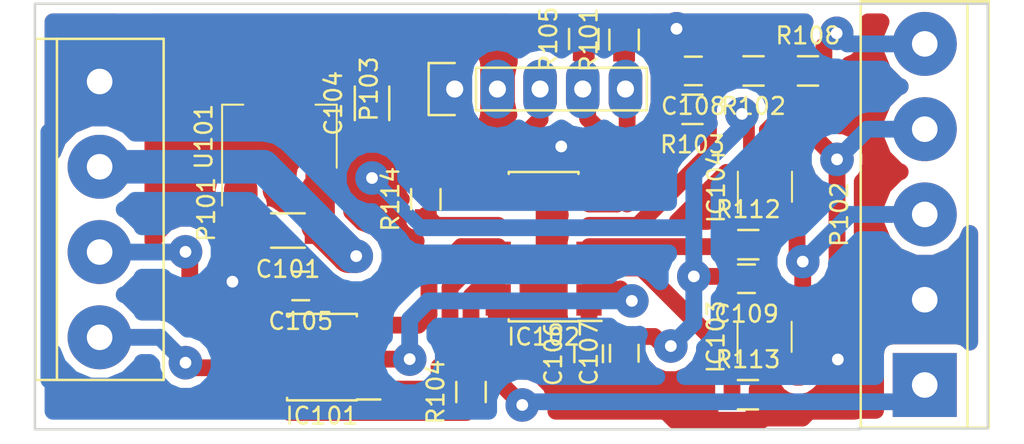
<source format=kicad_pcb>
(kicad_pcb (version 4) (host pcbnew 4.0.6)

  (general
    (links 60)
    (no_connects 0)
    (area 109.074999 44.074999 165.925001 69.575001)
    (thickness 1.6)
    (drawings 5)
    (tracks 282)
    (zones 0)
    (modules 24)
    (nets 21)
  )

  (page A4)
  (layers
    (0 F.Cu signal)
    (31 B.Cu signal)
    (32 B.Adhes user)
    (33 F.Adhes user)
    (34 B.Paste user)
    (35 F.Paste user)
    (36 B.SilkS user)
    (37 F.SilkS user)
    (38 B.Mask user)
    (39 F.Mask user)
    (40 Dwgs.User user)
    (41 Cmts.User user)
    (42 Eco1.User user)
    (43 Eco2.User user)
    (44 Edge.Cuts user)
    (45 Margin user)
    (46 B.CrtYd user)
    (47 F.CrtYd user)
    (48 B.Fab user)
    (49 F.Fab user)
  )

  (setup
    (last_trace_width 0.7)
    (trace_clearance 0.2)
    (zone_clearance 0.5)
    (zone_45_only yes)
    (trace_min 0.2)
    (segment_width 0.2)
    (edge_width 0.15)
    (via_size 2)
    (via_drill 0.7)
    (via_min_size 0.4)
    (via_min_drill 0.3)
    (uvia_size 0.3)
    (uvia_drill 0.1)
    (uvias_allowed no)
    (uvia_min_size 0.2)
    (uvia_min_drill 0.1)
    (pcb_text_width 0.3)
    (pcb_text_size 1.5 1.5)
    (mod_edge_width 0.15)
    (mod_text_size 1 1)
    (mod_text_width 0.15)
    (pad_size 1.524 1.524)
    (pad_drill 0.762)
    (pad_to_mask_clearance 0.2)
    (aux_axis_origin 108.28 70.41)
    (visible_elements FFFFFF7F)
    (pcbplotparams
      (layerselection 0x00030_80000001)
      (usegerberextensions false)
      (excludeedgelayer true)
      (linewidth 0.100000)
      (plotframeref false)
      (viasonmask false)
      (mode 1)
      (useauxorigin true)
      (hpglpennumber 1)
      (hpglpenspeed 20)
      (hpglpendiameter 15)
      (hpglpenoverlay 2)
      (psnegative false)
      (psa4output false)
      (plotreference true)
      (plotvalue true)
      (plotinvisibletext false)
      (padsonsilk false)
      (subtractmaskfromsilk false)
      (outputformat 1)
      (mirror false)
      (drillshape 0)
      (scaleselection 1)
      (outputdirectory ""))
  )

  (net 0 "")
  (net 1 Vin)
  (net 2 GND)
  (net 3 5v)
  (net 4 BatSenseV)
  (net 5 TXEN)
  (net 6 RS485-A)
  (net 7 RS485-B)
  (net 8 NTC)
  (net 9 RS-)
  (net 10 RS+)
  (net 11 BatV+)
  (net 12 RX)
  (net 13 TX)
  (net 14 CurSenseV)
  (net 15 UDPI)
  (net 16 TXDebug)
  (net 17 RXDebug)
  (net 18 Sense-)
  (net 19 "Net-(IC102-Pad10)")
  (net 20 "Net-(R102-Pad1)")

  (net_class Default "This is the default net class."
    (clearance 0.2)
    (trace_width 0.7)
    (via_dia 2)
    (via_drill 0.7)
    (uvia_dia 0.3)
    (uvia_drill 0.1)
    (add_net 5v)
    (add_net BatSenseV)
    (add_net BatV+)
    (add_net CurSenseV)
    (add_net GND)
    (add_net NTC)
    (add_net "Net-(IC102-Pad10)")
    (add_net "Net-(R102-Pad1)")
    (add_net RS+)
    (add_net RS-)
    (add_net RS485-A)
    (add_net RS485-B)
    (add_net RX)
    (add_net RXDebug)
    (add_net Sense-)
    (add_net TX)
    (add_net TXDebug)
    (add_net TXEN)
    (add_net UDPI)
    (add_net Vin)
  )

  (module Pin_Headers:Pin_Header_Straight_1x05 (layer F.Cu) (tedit 62A1A43E) (tstamp 629DAB2F)
    (at 134.13 49.23 90)
    (descr "Through hole pin header")
    (tags "pin header")
    (path /629DAFCB)
    (fp_text reference P103 (at 0 -5.1 90) (layer F.SilkS)
      (effects (font (size 1 1) (thickness 0.15)))
    )
    (fp_text value Prog (at 0 -3.1 90) (layer F.Fab)
      (effects (font (size 1 1) (thickness 0.15)))
    )
    (fp_line (start -1.55 0) (end -1.55 -1.55) (layer F.SilkS) (width 0.15))
    (fp_line (start -1.55 -1.55) (end 1.55 -1.55) (layer F.SilkS) (width 0.15))
    (fp_line (start 1.55 -1.55) (end 1.55 0) (layer F.SilkS) (width 0.15))
    (fp_line (start -1.75 -1.75) (end -1.75 11.95) (layer F.CrtYd) (width 0.05))
    (fp_line (start 1.75 -1.75) (end 1.75 11.95) (layer F.CrtYd) (width 0.05))
    (fp_line (start -1.75 -1.75) (end 1.75 -1.75) (layer F.CrtYd) (width 0.05))
    (fp_line (start -1.75 11.95) (end 1.75 11.95) (layer F.CrtYd) (width 0.05))
    (fp_line (start 1.27 1.27) (end 1.27 11.43) (layer F.SilkS) (width 0.15))
    (fp_line (start 1.27 11.43) (end -1.27 11.43) (layer F.SilkS) (width 0.15))
    (fp_line (start -1.27 11.43) (end -1.27 1.27) (layer F.SilkS) (width 0.15))
    (fp_line (start 1.27 1.27) (end -1.27 1.27) (layer F.SilkS) (width 0.15))
    (pad 1 thru_hole rect (at 0 0 90) (size 3 2) (drill 1.016) (layers *.Cu *.Mask)
      (net 2 GND))
    (pad 2 thru_hole oval (at 0 2.54 90) (size 3.5 2) (drill 1.016) (layers *.Cu *.Mask)
      (net 3 5v))
    (pad 3 thru_hole oval (at 0 5.08 90) (size 3.5 2) (drill 1.016) (layers *.Cu *.Mask)
      (net 15 UDPI))
    (pad 4 thru_hole oval (at 0 7.62 90) (size 3.5 2) (drill 1.016) (layers *.Cu *.Mask)
      (net 16 TXDebug))
    (pad 5 thru_hole oval (at 0 10.16 90) (size 3.5 2) (drill 1.016) (layers *.Cu *.Mask)
      (net 17 RXDebug))
    (model Pin_Headers.3dshapes/Pin_Header_Straight_1x05.wrl
      (at (xyz 0 -0.2 0))
      (scale (xyz 1 1 1))
      (rotate (xyz 0 0 90))
    )
  )

  (module Capacitors_SMD:C_1206 (layer F.Cu) (tedit 5415D7BD) (tstamp 629CA549)
    (at 124.206 57.658 180)
    (descr "Capacitor SMD 1206, reflow soldering, AVX (see smccp.pdf)")
    (tags "capacitor 1206")
    (path /629BA5E0)
    (attr smd)
    (fp_text reference C101 (at 0 -2.3 180) (layer F.SilkS)
      (effects (font (size 1 1) (thickness 0.15)))
    )
    (fp_text value 10uF (at 0 2.3 180) (layer F.Fab)
      (effects (font (size 1 1) (thickness 0.15)))
    )
    (fp_line (start -1.6 0.8) (end -1.6 -0.8) (layer F.Fab) (width 0.15))
    (fp_line (start 1.6 0.8) (end -1.6 0.8) (layer F.Fab) (width 0.15))
    (fp_line (start 1.6 -0.8) (end 1.6 0.8) (layer F.Fab) (width 0.15))
    (fp_line (start -1.6 -0.8) (end 1.6 -0.8) (layer F.Fab) (width 0.15))
    (fp_line (start -2.3 -1.15) (end 2.3 -1.15) (layer F.CrtYd) (width 0.05))
    (fp_line (start -2.3 1.15) (end 2.3 1.15) (layer F.CrtYd) (width 0.05))
    (fp_line (start -2.3 -1.15) (end -2.3 1.15) (layer F.CrtYd) (width 0.05))
    (fp_line (start 2.3 -1.15) (end 2.3 1.15) (layer F.CrtYd) (width 0.05))
    (fp_line (start 1 -1.025) (end -1 -1.025) (layer F.SilkS) (width 0.15))
    (fp_line (start -1 1.025) (end 1 1.025) (layer F.SilkS) (width 0.15))
    (pad 1 smd rect (at -1.5 0 180) (size 1 1.6) (layers F.Cu F.Paste F.Mask)
      (net 1 Vin))
    (pad 2 smd rect (at 1.5 0 180) (size 1 1.6) (layers F.Cu F.Paste F.Mask)
      (net 2 GND))
    (model Capacitors_SMD.3dshapes/C_1206.wrl
      (at (xyz 0 0 0))
      (scale (xyz 1 1 1))
      (rotate (xyz 0 0 0))
    )
  )

  (module Capacitors_SMD:C_0805 (layer F.Cu) (tedit 5415D6EA) (tstamp 629CA561)
    (at 124.968 60.96 180)
    (descr "Capacitor SMD 0805, reflow soldering, AVX (see smccp.pdf)")
    (tags "capacitor 0805")
    (path /6293F7A8)
    (attr smd)
    (fp_text reference C105 (at 0 -2.1 180) (layer F.SilkS)
      (effects (font (size 1 1) (thickness 0.15)))
    )
    (fp_text value 100nF (at 0 2.1 180) (layer F.Fab)
      (effects (font (size 1 1) (thickness 0.15)))
    )
    (fp_line (start -1 0.625) (end -1 -0.625) (layer F.Fab) (width 0.15))
    (fp_line (start 1 0.625) (end -1 0.625) (layer F.Fab) (width 0.15))
    (fp_line (start 1 -0.625) (end 1 0.625) (layer F.Fab) (width 0.15))
    (fp_line (start -1 -0.625) (end 1 -0.625) (layer F.Fab) (width 0.15))
    (fp_line (start -1.8 -1) (end 1.8 -1) (layer F.CrtYd) (width 0.05))
    (fp_line (start -1.8 1) (end 1.8 1) (layer F.CrtYd) (width 0.05))
    (fp_line (start -1.8 -1) (end -1.8 1) (layer F.CrtYd) (width 0.05))
    (fp_line (start 1.8 -1) (end 1.8 1) (layer F.CrtYd) (width 0.05))
    (fp_line (start 0.5 -0.85) (end -0.5 -0.85) (layer F.SilkS) (width 0.15))
    (fp_line (start -0.5 0.85) (end 0.5 0.85) (layer F.SilkS) (width 0.15))
    (pad 1 smd rect (at -1 0 180) (size 1 1.25) (layers F.Cu F.Paste F.Mask)
      (net 3 5v))
    (pad 2 smd rect (at 1 0 180) (size 1 1.25) (layers F.Cu F.Paste F.Mask)
      (net 2 GND))
    (model Capacitors_SMD.3dshapes/C_0805.wrl
      (at (xyz 0 0 0))
      (scale (xyz 1 1 1))
      (rotate (xyz 0 0 0))
    )
  )

  (module Capacitors_SMD:C_0805 (layer F.Cu) (tedit 5415D6EA) (tstamp 629CA567)
    (at 142.1 65 90)
    (descr "Capacitor SMD 0805, reflow soldering, AVX (see smccp.pdf)")
    (tags "capacitor 0805")
    (path /6293FF59)
    (attr smd)
    (fp_text reference C106 (at 0 -2.1 90) (layer F.SilkS)
      (effects (font (size 1 1) (thickness 0.15)))
    )
    (fp_text value 100nF (at 0 2.1 90) (layer F.Fab)
      (effects (font (size 1 1) (thickness 0.15)))
    )
    (fp_line (start -1 0.625) (end -1 -0.625) (layer F.Fab) (width 0.15))
    (fp_line (start 1 0.625) (end -1 0.625) (layer F.Fab) (width 0.15))
    (fp_line (start 1 -0.625) (end 1 0.625) (layer F.Fab) (width 0.15))
    (fp_line (start -1 -0.625) (end 1 -0.625) (layer F.Fab) (width 0.15))
    (fp_line (start -1.8 -1) (end 1.8 -1) (layer F.CrtYd) (width 0.05))
    (fp_line (start -1.8 1) (end 1.8 1) (layer F.CrtYd) (width 0.05))
    (fp_line (start -1.8 -1) (end -1.8 1) (layer F.CrtYd) (width 0.05))
    (fp_line (start 1.8 -1) (end 1.8 1) (layer F.CrtYd) (width 0.05))
    (fp_line (start 0.5 -0.85) (end -0.5 -0.85) (layer F.SilkS) (width 0.15))
    (fp_line (start -0.5 0.85) (end 0.5 0.85) (layer F.SilkS) (width 0.15))
    (pad 1 smd rect (at -1 0 90) (size 1 1.25) (layers F.Cu F.Paste F.Mask)
      (net 2 GND))
    (pad 2 smd rect (at 1 0 90) (size 1 1.25) (layers F.Cu F.Paste F.Mask)
      (net 3 5v))
    (model Capacitors_SMD.3dshapes/C_0805.wrl
      (at (xyz 0 0 0))
      (scale (xyz 1 1 1))
      (rotate (xyz 0 0 0))
    )
  )

  (module Capacitors_SMD:C_0805 (layer F.Cu) (tedit 5415D6EA) (tstamp 629CA56D)
    (at 144.22 64.97 90)
    (descr "Capacitor SMD 0805, reflow soldering, AVX (see smccp.pdf)")
    (tags "capacitor 0805")
    (path /629CD333)
    (attr smd)
    (fp_text reference C107 (at 0 -2.1 90) (layer F.SilkS)
      (effects (font (size 1 1) (thickness 0.15)))
    )
    (fp_text value 1nF (at 0 2.1 90) (layer F.Fab)
      (effects (font (size 1 1) (thickness 0.15)))
    )
    (fp_line (start -1 0.625) (end -1 -0.625) (layer F.Fab) (width 0.15))
    (fp_line (start 1 0.625) (end -1 0.625) (layer F.Fab) (width 0.15))
    (fp_line (start 1 -0.625) (end 1 0.625) (layer F.Fab) (width 0.15))
    (fp_line (start -1 -0.625) (end 1 -0.625) (layer F.Fab) (width 0.15))
    (fp_line (start -1.8 -1) (end 1.8 -1) (layer F.CrtYd) (width 0.05))
    (fp_line (start -1.8 1) (end 1.8 1) (layer F.CrtYd) (width 0.05))
    (fp_line (start -1.8 -1) (end -1.8 1) (layer F.CrtYd) (width 0.05))
    (fp_line (start 1.8 -1) (end 1.8 1) (layer F.CrtYd) (width 0.05))
    (fp_line (start 0.5 -0.85) (end -0.5 -0.85) (layer F.SilkS) (width 0.15))
    (fp_line (start -0.5 0.85) (end 0.5 0.85) (layer F.SilkS) (width 0.15))
    (pad 1 smd rect (at -1 0 90) (size 1 1.25) (layers F.Cu F.Paste F.Mask)
      (net 2 GND))
    (pad 2 smd rect (at 1 0 90) (size 1 1.25) (layers F.Cu F.Paste F.Mask)
      (net 3 5v))
    (model Capacitors_SMD.3dshapes/C_0805.wrl
      (at (xyz 0 0 0))
      (scale (xyz 1 1 1))
      (rotate (xyz 0 0 0))
    )
  )

  (module Capacitors_SMD:C_0805 (layer F.Cu) (tedit 5415D6EA) (tstamp 629CA573)
    (at 148.33 48.15 180)
    (descr "Capacitor SMD 0805, reflow soldering, AVX (see smccp.pdf)")
    (tags "capacitor 0805")
    (path /62940AA3)
    (attr smd)
    (fp_text reference C108 (at 0 -2.1 180) (layer F.SilkS)
      (effects (font (size 1 1) (thickness 0.15)))
    )
    (fp_text value C (at 0 2.1 180) (layer F.Fab)
      (effects (font (size 1 1) (thickness 0.15)))
    )
    (fp_line (start -1 0.625) (end -1 -0.625) (layer F.Fab) (width 0.15))
    (fp_line (start 1 0.625) (end -1 0.625) (layer F.Fab) (width 0.15))
    (fp_line (start 1 -0.625) (end 1 0.625) (layer F.Fab) (width 0.15))
    (fp_line (start -1 -0.625) (end 1 -0.625) (layer F.Fab) (width 0.15))
    (fp_line (start -1.8 -1) (end 1.8 -1) (layer F.CrtYd) (width 0.05))
    (fp_line (start -1.8 1) (end 1.8 1) (layer F.CrtYd) (width 0.05))
    (fp_line (start -1.8 -1) (end -1.8 1) (layer F.CrtYd) (width 0.05))
    (fp_line (start 1.8 -1) (end 1.8 1) (layer F.CrtYd) (width 0.05))
    (fp_line (start 0.5 -0.85) (end -0.5 -0.85) (layer F.SilkS) (width 0.15))
    (fp_line (start -0.5 0.85) (end 0.5 0.85) (layer F.SilkS) (width 0.15))
    (pad 1 smd rect (at -1 0 180) (size 1 1.25) (layers F.Cu F.Paste F.Mask)
      (net 4 BatSenseV))
    (pad 2 smd rect (at 1 0 180) (size 1 1.25) (layers F.Cu F.Paste F.Mask)
      (net 2 GND))
    (model Capacitors_SMD.3dshapes/C_0805.wrl
      (at (xyz 0 0 0))
      (scale (xyz 1 1 1))
      (rotate (xyz 0 0 0))
    )
  )

  (module Housings_SOIC:SOIC-8_3.9x4.9mm_Pitch1.27mm (layer F.Cu) (tedit 54130A77) (tstamp 629CA57F)
    (at 126.23 65.2 180)
    (descr "8-Lead Plastic Small Outline (SN) - Narrow, 3.90 mm Body [SOIC] (see Microchip Packaging Specification 00000049BS.pdf)")
    (tags "SOIC 1.27")
    (path /6293EE38)
    (attr smd)
    (fp_text reference IC101 (at 0 -3.5 180) (layer F.SilkS)
      (effects (font (size 1 1) (thickness 0.15)))
    )
    (fp_text value MAX3485E (at 0 3.5 180) (layer F.Fab)
      (effects (font (size 1 1) (thickness 0.15)))
    )
    (fp_line (start -0.95 -2.45) (end 1.95 -2.45) (layer F.Fab) (width 0.15))
    (fp_line (start 1.95 -2.45) (end 1.95 2.45) (layer F.Fab) (width 0.15))
    (fp_line (start 1.95 2.45) (end -1.95 2.45) (layer F.Fab) (width 0.15))
    (fp_line (start -1.95 2.45) (end -1.95 -1.45) (layer F.Fab) (width 0.15))
    (fp_line (start -1.95 -1.45) (end -0.95 -2.45) (layer F.Fab) (width 0.15))
    (fp_line (start -3.75 -2.75) (end -3.75 2.75) (layer F.CrtYd) (width 0.05))
    (fp_line (start 3.75 -2.75) (end 3.75 2.75) (layer F.CrtYd) (width 0.05))
    (fp_line (start -3.75 -2.75) (end 3.75 -2.75) (layer F.CrtYd) (width 0.05))
    (fp_line (start -3.75 2.75) (end 3.75 2.75) (layer F.CrtYd) (width 0.05))
    (fp_line (start -2.075 -2.575) (end -2.075 -2.525) (layer F.SilkS) (width 0.15))
    (fp_line (start 2.075 -2.575) (end 2.075 -2.43) (layer F.SilkS) (width 0.15))
    (fp_line (start 2.075 2.575) (end 2.075 2.43) (layer F.SilkS) (width 0.15))
    (fp_line (start -2.075 2.575) (end -2.075 2.43) (layer F.SilkS) (width 0.15))
    (fp_line (start -2.075 -2.575) (end 2.075 -2.575) (layer F.SilkS) (width 0.15))
    (fp_line (start -2.075 2.575) (end 2.075 2.575) (layer F.SilkS) (width 0.15))
    (fp_line (start -2.075 -2.525) (end -3.475 -2.525) (layer F.SilkS) (width 0.15))
    (pad 1 smd rect (at -2.7 -1.905 180) (size 1.55 0.6) (layers F.Cu F.Paste F.Mask)
      (net 12 RX))
    (pad 2 smd rect (at -2.7 -0.635 180) (size 1.55 0.6) (layers F.Cu F.Paste F.Mask)
      (net 5 TXEN))
    (pad 3 smd rect (at -2.7 0.635 180) (size 1.55 0.6) (layers F.Cu F.Paste F.Mask)
      (net 5 TXEN))
    (pad 4 smd rect (at -2.7 1.905 180) (size 1.55 0.6) (layers F.Cu F.Paste F.Mask)
      (net 13 TX))
    (pad 5 smd rect (at 2.7 1.905 180) (size 1.55 0.6) (layers F.Cu F.Paste F.Mask)
      (net 2 GND))
    (pad 6 smd rect (at 2.7 0.635 180) (size 1.55 0.6) (layers F.Cu F.Paste F.Mask)
      (net 6 RS485-A))
    (pad 7 smd rect (at 2.7 -0.635 180) (size 1.55 0.6) (layers F.Cu F.Paste F.Mask)
      (net 7 RS485-B))
    (pad 8 smd rect (at 2.7 -1.905 180) (size 1.55 0.6) (layers F.Cu F.Paste F.Mask)
      (net 3 5v))
    (model Housings_SOIC.3dshapes/SOIC-8_3.9x4.9mm_Pitch1.27mm.wrl
      (at (xyz 0 0 0))
      (scale (xyz 1 1 1))
      (rotate (xyz 0 0 0))
    )
  )

  (module Connect:bornier4 (layer F.Cu) (tedit 0) (tstamp 629CA5C3)
    (at 113 56.4 270)
    (descr "Bornier d'alimentation 4 pins")
    (tags DEV)
    (path /62941286)
    (fp_text reference P101 (at 0 -6.35 270) (layer F.SilkS)
      (effects (font (size 1 1) (thickness 0.15)))
    )
    (fp_text value RS485 (at 0 5.08 270) (layer F.Fab)
      (effects (font (size 1 1) (thickness 0.15)))
    )
    (fp_line (start -10.16 -3.81) (end -10.16 3.81) (layer F.SilkS) (width 0.15))
    (fp_line (start 10.16 3.81) (end 10.16 -3.81) (layer F.SilkS) (width 0.15))
    (fp_line (start 10.16 2.54) (end -10.16 2.54) (layer F.SilkS) (width 0.15))
    (fp_line (start -10.16 -3.81) (end 10.16 -3.81) (layer F.SilkS) (width 0.15))
    (fp_line (start -10.16 3.81) (end 10.16 3.81) (layer F.SilkS) (width 0.15))
    (pad 2 thru_hole circle (at -2.54 0 270) (size 3.81 3.81) (drill 1.524) (layers *.Cu *.Mask)
      (net 1 Vin))
    (pad 3 thru_hole circle (at 2.54 0 270) (size 3.81 3.81) (drill 1.524) (layers *.Cu *.Mask)
      (net 6 RS485-A))
    (pad 1 thru_hole rect (at -7.62 0 270) (size 3.81 3.81) (drill 1.524) (layers *.Cu *.Mask)
      (net 2 GND))
    (pad 4 thru_hole circle (at 7.62 0 270) (size 3.81 3.81) (drill 1.524) (layers *.Cu *.Mask)
      (net 7 RS485-B))
    (model Connect.3dshapes/bornier4.wrl
      (at (xyz 0 0 0))
      (scale (xyz 1 1 1))
      (rotate (xyz 0 0 0))
    )
  )

  (module Resistors_SMD:R_0805 (layer F.Cu) (tedit 58307B54) (tstamp 629CA5E7)
    (at 151.91 48.15 180)
    (descr "Resistor SMD 0805, reflow soldering, Vishay (see dcrcw.pdf)")
    (tags "resistor 0805")
    (path /62940901)
    (attr smd)
    (fp_text reference R102 (at 0 -2.1 180) (layer F.SilkS)
      (effects (font (size 1 1) (thickness 0.15)))
    )
    (fp_text value 22K (at 0 2.1 180) (layer F.Fab)
      (effects (font (size 1 1) (thickness 0.15)))
    )
    (fp_line (start -1 0.625) (end -1 -0.625) (layer F.Fab) (width 0.1))
    (fp_line (start 1 0.625) (end -1 0.625) (layer F.Fab) (width 0.1))
    (fp_line (start 1 -0.625) (end 1 0.625) (layer F.Fab) (width 0.1))
    (fp_line (start -1 -0.625) (end 1 -0.625) (layer F.Fab) (width 0.1))
    (fp_line (start -1.6 -1) (end 1.6 -1) (layer F.CrtYd) (width 0.05))
    (fp_line (start -1.6 1) (end 1.6 1) (layer F.CrtYd) (width 0.05))
    (fp_line (start -1.6 -1) (end -1.6 1) (layer F.CrtYd) (width 0.05))
    (fp_line (start 1.6 -1) (end 1.6 1) (layer F.CrtYd) (width 0.05))
    (fp_line (start 0.6 0.875) (end -0.6 0.875) (layer F.SilkS) (width 0.15))
    (fp_line (start -0.6 -0.875) (end 0.6 -0.875) (layer F.SilkS) (width 0.15))
    (pad 1 smd rect (at -0.95 0 180) (size 0.7 1.3) (layers F.Cu F.Paste F.Mask)
      (net 20 "Net-(R102-Pad1)"))
    (pad 2 smd rect (at 0.95 0 180) (size 0.7 1.3) (layers F.Cu F.Paste F.Mask)
      (net 4 BatSenseV))
    (model Resistors_SMD.3dshapes/R_0805.wrl
      (at (xyz 0 0 0))
      (scale (xyz 1 1 1))
      (rotate (xyz 0 0 0))
    )
  )

  (module Resistors_SMD:R_0805 (layer F.Cu) (tedit 58307B54) (tstamp 629CA5ED)
    (at 148.28 50.44 180)
    (descr "Resistor SMD 0805, reflow soldering, Vishay (see dcrcw.pdf)")
    (tags "resistor 0805")
    (path /62940976)
    (attr smd)
    (fp_text reference R103 (at 0 -2.1 180) (layer F.SilkS)
      (effects (font (size 1 1) (thickness 0.15)))
    )
    (fp_text value 10K (at 0 2.1 180) (layer F.Fab)
      (effects (font (size 1 1) (thickness 0.15)))
    )
    (fp_line (start -1 0.625) (end -1 -0.625) (layer F.Fab) (width 0.1))
    (fp_line (start 1 0.625) (end -1 0.625) (layer F.Fab) (width 0.1))
    (fp_line (start 1 -0.625) (end 1 0.625) (layer F.Fab) (width 0.1))
    (fp_line (start -1 -0.625) (end 1 -0.625) (layer F.Fab) (width 0.1))
    (fp_line (start -1.6 -1) (end 1.6 -1) (layer F.CrtYd) (width 0.05))
    (fp_line (start -1.6 1) (end 1.6 1) (layer F.CrtYd) (width 0.05))
    (fp_line (start -1.6 -1) (end -1.6 1) (layer F.CrtYd) (width 0.05))
    (fp_line (start 1.6 -1) (end 1.6 1) (layer F.CrtYd) (width 0.05))
    (fp_line (start 0.6 0.875) (end -0.6 0.875) (layer F.SilkS) (width 0.15))
    (fp_line (start -0.6 -0.875) (end 0.6 -0.875) (layer F.SilkS) (width 0.15))
    (pad 1 smd rect (at -0.95 0 180) (size 0.7 1.3) (layers F.Cu F.Paste F.Mask)
      (net 4 BatSenseV))
    (pad 2 smd rect (at 0.95 0 180) (size 0.7 1.3) (layers F.Cu F.Paste F.Mask)
      (net 2 GND))
    (model Resistors_SMD.3dshapes/R_0805.wrl
      (at (xyz 0 0 0))
      (scale (xyz 1 1 1))
      (rotate (xyz 0 0 0))
    )
  )

  (module Resistors_SMD:R_0805 (layer F.Cu) (tedit 58307B54) (tstamp 629CA5F3)
    (at 135.1 67.28 90)
    (descr "Resistor SMD 0805, reflow soldering, Vishay (see dcrcw.pdf)")
    (tags "resistor 0805")
    (path /629446B1)
    (attr smd)
    (fp_text reference R104 (at 0 -2.1 90) (layer F.SilkS)
      (effects (font (size 1 1) (thickness 0.15)))
    )
    (fp_text value 10K (at 0 2.1 90) (layer F.Fab)
      (effects (font (size 1 1) (thickness 0.15)))
    )
    (fp_line (start -1 0.625) (end -1 -0.625) (layer F.Fab) (width 0.1))
    (fp_line (start 1 0.625) (end -1 0.625) (layer F.Fab) (width 0.1))
    (fp_line (start 1 -0.625) (end 1 0.625) (layer F.Fab) (width 0.1))
    (fp_line (start -1 -0.625) (end 1 -0.625) (layer F.Fab) (width 0.1))
    (fp_line (start -1.6 -1) (end 1.6 -1) (layer F.CrtYd) (width 0.05))
    (fp_line (start -1.6 1) (end 1.6 1) (layer F.CrtYd) (width 0.05))
    (fp_line (start -1.6 -1) (end -1.6 1) (layer F.CrtYd) (width 0.05))
    (fp_line (start 1.6 -1) (end 1.6 1) (layer F.CrtYd) (width 0.05))
    (fp_line (start 0.6 0.875) (end -0.6 0.875) (layer F.SilkS) (width 0.15))
    (fp_line (start -0.6 -0.875) (end 0.6 -0.875) (layer F.SilkS) (width 0.15))
    (pad 1 smd rect (at -0.95 0 90) (size 0.7 1.3) (layers F.Cu F.Paste F.Mask)
      (net 3 5v))
    (pad 2 smd rect (at 0.95 0 90) (size 0.7 1.3) (layers F.Cu F.Paste F.Mask)
      (net 8 NTC))
    (model Resistors_SMD.3dshapes/R_0805.wrl
      (at (xyz 0 0 0))
      (scale (xyz 1 1 1))
      (rotate (xyz 0 0 0))
    )
  )

  (module Resistors_SMD:R_0805 (layer F.Cu) (tedit 58307B54) (tstamp 629CA60B)
    (at 155.15 48.15)
    (descr "Resistor SMD 0805, reflow soldering, Vishay (see dcrcw.pdf)")
    (tags "resistor 0805")
    (path /62AD8786)
    (attr smd)
    (fp_text reference R108 (at 0 -2.1) (layer F.SilkS)
      (effects (font (size 1 1) (thickness 0.15)))
    )
    (fp_text value 10K (at 0 2.1) (layer F.Fab)
      (effects (font (size 1 1) (thickness 0.15)))
    )
    (fp_line (start -1 0.625) (end -1 -0.625) (layer F.Fab) (width 0.1))
    (fp_line (start 1 0.625) (end -1 0.625) (layer F.Fab) (width 0.1))
    (fp_line (start 1 -0.625) (end 1 0.625) (layer F.Fab) (width 0.1))
    (fp_line (start -1 -0.625) (end 1 -0.625) (layer F.Fab) (width 0.1))
    (fp_line (start -1.6 -1) (end 1.6 -1) (layer F.CrtYd) (width 0.05))
    (fp_line (start -1.6 1) (end 1.6 1) (layer F.CrtYd) (width 0.05))
    (fp_line (start -1.6 -1) (end -1.6 1) (layer F.CrtYd) (width 0.05))
    (fp_line (start 1.6 -1) (end 1.6 1) (layer F.CrtYd) (width 0.05))
    (fp_line (start 0.6 0.875) (end -0.6 0.875) (layer F.SilkS) (width 0.15))
    (fp_line (start -0.6 -0.875) (end 0.6 -0.875) (layer F.SilkS) (width 0.15))
    (pad 1 smd rect (at -0.95 0) (size 0.7 1.3) (layers F.Cu F.Paste F.Mask)
      (net 20 "Net-(R102-Pad1)"))
    (pad 2 smd rect (at 0.95 0) (size 0.7 1.3) (layers F.Cu F.Paste F.Mask)
      (net 11 BatV+))
    (model Resistors_SMD.3dshapes/R_0805.wrl
      (at (xyz 0 0 0))
      (scale (xyz 1 1 1))
      (rotate (xyz 0 0 0))
    )
  )

  (module TO_SOT_Packages_SMD:SOT-223-3Lead_TabPin2 (layer F.Cu) (tedit 5891A32E) (tstamp 629CA627)
    (at 123.698 52.07 90)
    (descr "module CMS SOT223 4 pins")
    (tags "CMS SOT")
    (path /629BA07D)
    (attr smd)
    (fp_text reference U101 (at 0 -4.5 90) (layer F.SilkS)
      (effects (font (size 1 1) (thickness 0.15)))
    )
    (fp_text value AMS1117 (at 0 4.5 90) (layer F.Fab)
      (effects (font (size 1 1) (thickness 0.15)))
    )
    (fp_line (start 1.91 3.41) (end 1.91 2.15) (layer F.SilkS) (width 0.12))
    (fp_line (start 1.91 -3.41) (end 1.91 -2.15) (layer F.SilkS) (width 0.12))
    (fp_line (start 4.4 -3.6) (end -4.4 -3.6) (layer F.CrtYd) (width 0.05))
    (fp_line (start 4.4 3.6) (end 4.4 -3.6) (layer F.CrtYd) (width 0.05))
    (fp_line (start -4.4 3.6) (end 4.4 3.6) (layer F.CrtYd) (width 0.05))
    (fp_line (start -4.4 -3.6) (end -4.4 3.6) (layer F.CrtYd) (width 0.05))
    (fp_line (start -1.85 -2.35) (end -0.85 -3.35) (layer F.Fab) (width 0.1))
    (fp_line (start -1.85 -2.35) (end -1.85 3.35) (layer F.Fab) (width 0.1))
    (fp_line (start -1.85 3.41) (end 1.91 3.41) (layer F.SilkS) (width 0.12))
    (fp_line (start -0.85 -3.35) (end 1.85 -3.35) (layer F.Fab) (width 0.1))
    (fp_line (start -4.1 -3.41) (end 1.91 -3.41) (layer F.SilkS) (width 0.12))
    (fp_line (start -1.85 3.35) (end 1.85 3.35) (layer F.Fab) (width 0.1))
    (fp_line (start 1.85 -3.35) (end 1.85 3.35) (layer F.Fab) (width 0.1))
    (pad 2 smd rect (at 3.15 0 90) (size 2 3.8) (layers F.Cu F.Paste F.Mask)
      (net 3 5v))
    (pad 2 smd rect (at -3.15 0 90) (size 2 1.5) (layers F.Cu F.Paste F.Mask)
      (net 3 5v))
    (pad 3 smd rect (at -3.15 2.3 90) (size 2 1.5) (layers F.Cu F.Paste F.Mask)
      (net 1 Vin))
    (pad 1 smd rect (at -3.15 -2.3 90) (size 2 1.5) (layers F.Cu F.Paste F.Mask)
      (net 2 GND))
    (model TO_SOT_Packages_SMD.3dshapes/SOT-223.wrl
      (at (xyz 0 0 0))
      (scale (xyz 0.4 0.4 0.4))
      (rotate (xyz 0 0 90))
    )
  )

  (module Housings_SOIC:SOIC-14_3.9x8.7mm_Pitch1.27mm (layer F.Cu) (tedit 574D9791) (tstamp 629CEE4C)
    (at 139.42 58.62 180)
    (descr "14-Lead Plastic Small Outline (SL) - Narrow, 3.90 mm Body [SOIC] (see Microchip Packaging Specification 00000049BS.pdf)")
    (tags "SOIC 1.27")
    (path /629CEC36)
    (attr smd)
    (fp_text reference IC102 (at 0 -5.375 180) (layer F.SilkS)
      (effects (font (size 1 1) (thickness 0.15)))
    )
    (fp_text value ATTINY3224-SS (at 0 5.375 180) (layer F.Fab)
      (effects (font (size 1 1) (thickness 0.15)))
    )
    (fp_line (start -0.95 -4.35) (end 1.95 -4.35) (layer F.Fab) (width 0.15))
    (fp_line (start 1.95 -4.35) (end 1.95 4.35) (layer F.Fab) (width 0.15))
    (fp_line (start 1.95 4.35) (end -1.95 4.35) (layer F.Fab) (width 0.15))
    (fp_line (start -1.95 4.35) (end -1.95 -3.35) (layer F.Fab) (width 0.15))
    (fp_line (start -1.95 -3.35) (end -0.95 -4.35) (layer F.Fab) (width 0.15))
    (fp_line (start -3.7 -4.65) (end -3.7 4.65) (layer F.CrtYd) (width 0.05))
    (fp_line (start 3.7 -4.65) (end 3.7 4.65) (layer F.CrtYd) (width 0.05))
    (fp_line (start -3.7 -4.65) (end 3.7 -4.65) (layer F.CrtYd) (width 0.05))
    (fp_line (start -3.7 4.65) (end 3.7 4.65) (layer F.CrtYd) (width 0.05))
    (fp_line (start -2.075 -4.45) (end -2.075 -4.425) (layer F.SilkS) (width 0.15))
    (fp_line (start 2.075 -4.45) (end 2.075 -4.335) (layer F.SilkS) (width 0.15))
    (fp_line (start 2.075 4.45) (end 2.075 4.335) (layer F.SilkS) (width 0.15))
    (fp_line (start -2.075 4.45) (end -2.075 4.335) (layer F.SilkS) (width 0.15))
    (fp_line (start -2.075 -4.45) (end 2.075 -4.45) (layer F.SilkS) (width 0.15))
    (fp_line (start -2.075 4.45) (end 2.075 4.45) (layer F.SilkS) (width 0.15))
    (fp_line (start -2.075 -4.425) (end -3.45 -4.425) (layer F.SilkS) (width 0.15))
    (pad 1 smd rect (at -2.7 -3.81 180) (size 1.5 0.6) (layers F.Cu F.Paste F.Mask)
      (net 3 5v))
    (pad 2 smd rect (at -2.7 -2.54 180) (size 1.5 0.6) (layers F.Cu F.Paste F.Mask)
      (net 5 TXEN))
    (pad 3 smd rect (at -2.7 -1.27 180) (size 1.5 0.6) (layers F.Cu F.Paste F.Mask)
      (net 18 Sense-))
    (pad 4 smd rect (at -2.7 0 180) (size 1.5 0.6) (layers F.Cu F.Paste F.Mask)
      (net 14 CurSenseV))
    (pad 5 smd rect (at -2.7 1.27 180) (size 1.5 0.6) (layers F.Cu F.Paste F.Mask)
      (net 4 BatSenseV))
    (pad 6 smd rect (at -2.7 2.54 180) (size 1.5 0.6) (layers F.Cu F.Paste F.Mask)
      (net 17 RXDebug))
    (pad 7 smd rect (at -2.7 3.81 180) (size 1.5 0.6) (layers F.Cu F.Paste F.Mask)
      (net 16 TXDebug))
    (pad 8 smd rect (at 2.7 3.81 180) (size 1.5 0.6) (layers F.Cu F.Paste F.Mask))
    (pad 9 smd rect (at 2.7 2.54 180) (size 1.5 0.6) (layers F.Cu F.Paste F.Mask))
    (pad 10 smd rect (at 2.7 1.27 180) (size 1.5 0.6) (layers F.Cu F.Paste F.Mask)
      (net 19 "Net-(IC102-Pad10)"))
    (pad 11 smd rect (at 2.7 0 180) (size 1.5 0.6) (layers F.Cu F.Paste F.Mask)
      (net 13 TX))
    (pad 12 smd rect (at 2.7 -1.27 180) (size 1.5 0.6) (layers F.Cu F.Paste F.Mask)
      (net 12 RX))
    (pad 13 smd rect (at 2.7 -2.54 180) (size 1.5 0.6) (layers F.Cu F.Paste F.Mask)
      (net 8 NTC))
    (pad 14 smd rect (at 2.7 -3.81 180) (size 1.5 0.6) (layers F.Cu F.Paste F.Mask)
      (net 2 GND))
    (model Housings_SOIC.3dshapes/SOIC-14_3.9x8.7mm_Pitch1.27mm.wrl
      (at (xyz 0 0 0))
      (scale (xyz 1 1 1))
      (rotate (xyz 0 0 0))
    )
  )

  (module Connect:bornier5 (layer F.Cu) (tedit 0) (tstamp 629DAB22)
    (at 162.1 56.7 90)
    (descr "Bornier d'alimentation 4 pins")
    (tags DEV)
    (path /629D28E4)
    (fp_text reference P102 (at 0 -5.08 90) (layer F.SilkS)
      (effects (font (size 1 1) (thickness 0.15)))
    )
    (fp_text value Bat (at 0 5.08 90) (layer F.Fab)
      (effects (font (size 1 1) (thickness 0.15)))
    )
    (fp_line (start -12.7 3.81) (end 12.7 3.81) (layer F.SilkS) (width 0.15))
    (fp_line (start -12.7 2.54) (end 12.7 2.54) (layer F.SilkS) (width 0.15))
    (fp_line (start -12.7 -3.81) (end 12.7 -3.81) (layer F.SilkS) (width 0.15))
    (fp_line (start 12.7 -3.81) (end 12.7 3.81) (layer F.SilkS) (width 0.15))
    (fp_line (start -12.7 -3.81) (end -12.7 3.81) (layer F.SilkS) (width 0.15))
    (pad 2 thru_hole circle (at -5.08 0 90) (size 3.81 3.81) (drill 1.524) (layers *.Cu *.Mask)
      (net 2 GND))
    (pad 3 thru_hole circle (at 0 0 90) (size 3.81 3.81) (drill 1.524) (layers *.Cu *.Mask)
      (net 10 RS+))
    (pad 1 thru_hole rect (at -10.16 0 90) (size 3.81 3.81) (drill 1.524) (layers *.Cu *.Mask)
      (net 8 NTC))
    (pad 4 thru_hole circle (at 5.08 0 90) (size 3.81 3.81) (drill 1.524) (layers *.Cu *.Mask)
      (net 9 RS-))
    (pad 5 thru_hole circle (at 10.16 0 90) (size 3.81 3.81) (drill 1.524) (layers *.Cu *.Mask)
      (net 11 BatV+))
    (model Connect.3dshapes/bornier5.wrl
      (at (xyz 0 0 0))
      (scale (xyz 1 1 1))
      (rotate (xyz 0 0 0))
    )
  )

  (module Capacitors_SMD:C_1206 (layer F.Cu) (tedit 5415D7BD) (tstamp 629DB0E9)
    (at 129.21 50.08 90)
    (descr "Capacitor SMD 1206, reflow soldering, AVX (see smccp.pdf)")
    (tags "capacitor 1206")
    (path /629BB261)
    (attr smd)
    (fp_text reference C104 (at 0 -2.3 90) (layer F.SilkS)
      (effects (font (size 1 1) (thickness 0.15)))
    )
    (fp_text value 10uF (at 0 2.3 90) (layer F.Fab)
      (effects (font (size 1 1) (thickness 0.15)))
    )
    (fp_line (start -1.6 0.8) (end -1.6 -0.8) (layer F.Fab) (width 0.15))
    (fp_line (start 1.6 0.8) (end -1.6 0.8) (layer F.Fab) (width 0.15))
    (fp_line (start 1.6 -0.8) (end 1.6 0.8) (layer F.Fab) (width 0.15))
    (fp_line (start -1.6 -0.8) (end 1.6 -0.8) (layer F.Fab) (width 0.15))
    (fp_line (start -2.3 -1.15) (end 2.3 -1.15) (layer F.CrtYd) (width 0.05))
    (fp_line (start -2.3 1.15) (end 2.3 1.15) (layer F.CrtYd) (width 0.05))
    (fp_line (start -2.3 -1.15) (end -2.3 1.15) (layer F.CrtYd) (width 0.05))
    (fp_line (start 2.3 -1.15) (end 2.3 1.15) (layer F.CrtYd) (width 0.05))
    (fp_line (start 1 -1.025) (end -1 -1.025) (layer F.SilkS) (width 0.15))
    (fp_line (start -1 1.025) (end 1 1.025) (layer F.SilkS) (width 0.15))
    (pad 1 smd rect (at -1.5 0 90) (size 1 1.6) (layers F.Cu F.Paste F.Mask)
      (net 3 5v))
    (pad 2 smd rect (at 1.5 0 90) (size 1 1.6) (layers F.Cu F.Paste F.Mask)
      (net 2 GND))
    (model Capacitors_SMD.3dshapes/C_1206.wrl
      (at (xyz 0 0 0))
      (scale (xyz 1 1 1))
      (rotate (xyz 0 0 0))
    )
  )

  (module Capacitors_SMD:C_0805 (layer F.Cu) (tedit 5415D6EA) (tstamp 62B002A9)
    (at 151.49 60.53 180)
    (descr "Capacitor SMD 0805, reflow soldering, AVX (see smccp.pdf)")
    (tags "capacitor 0805")
    (path /62B00BE4)
    (attr smd)
    (fp_text reference C109 (at 0 -2.1 180) (layer F.SilkS)
      (effects (font (size 1 1) (thickness 0.15)))
    )
    (fp_text value 100nF (at 0 2.1 180) (layer F.Fab)
      (effects (font (size 1 1) (thickness 0.15)))
    )
    (fp_line (start -1 0.625) (end -1 -0.625) (layer F.Fab) (width 0.15))
    (fp_line (start 1 0.625) (end -1 0.625) (layer F.Fab) (width 0.15))
    (fp_line (start 1 -0.625) (end 1 0.625) (layer F.Fab) (width 0.15))
    (fp_line (start -1 -0.625) (end 1 -0.625) (layer F.Fab) (width 0.15))
    (fp_line (start -1.8 -1) (end 1.8 -1) (layer F.CrtYd) (width 0.05))
    (fp_line (start -1.8 1) (end 1.8 1) (layer F.CrtYd) (width 0.05))
    (fp_line (start -1.8 -1) (end -1.8 1) (layer F.CrtYd) (width 0.05))
    (fp_line (start 1.8 -1) (end 1.8 1) (layer F.CrtYd) (width 0.05))
    (fp_line (start 0.5 -0.85) (end -0.5 -0.85) (layer F.SilkS) (width 0.15))
    (fp_line (start -0.5 0.85) (end 0.5 0.85) (layer F.SilkS) (width 0.15))
    (pad 1 smd rect (at -1 0 180) (size 1 1.25) (layers F.Cu F.Paste F.Mask)
      (net 2 GND))
    (pad 2 smd rect (at 1 0 180) (size 1 1.25) (layers F.Cu F.Paste F.Mask)
      (net 3 5v))
    (model Capacitors_SMD.3dshapes/C_0805.wrl
      (at (xyz 0 0 0))
      (scale (xyz 1 1 1))
      (rotate (xyz 0 0 0))
    )
  )

  (module TO_SOT_Packages_SMD:SOT-23-5_HandSoldering (layer F.Cu) (tedit 583F3A3F) (tstamp 62B002BD)
    (at 152.57 63.99 90)
    (descr "5-pin SOT23 package")
    (tags "SOT-23-5 hand-soldering")
    (path /62AFF99E)
    (attr smd)
    (fp_text reference IC103 (at 0 -2.9 90) (layer F.SilkS)
      (effects (font (size 1 1) (thickness 0.15)))
    )
    (fp_text value INA169 (at 0 2.9 90) (layer F.Fab)
      (effects (font (size 1 1) (thickness 0.15)))
    )
    (fp_line (start -0.9 1.61) (end 0.9 1.61) (layer F.SilkS) (width 0.12))
    (fp_line (start 0.9 -1.61) (end -1.55 -1.61) (layer F.SilkS) (width 0.12))
    (fp_line (start -0.9 -0.9) (end -0.25 -1.55) (layer F.Fab) (width 0.1))
    (fp_line (start 0.9 -1.55) (end -0.25 -1.55) (layer F.Fab) (width 0.1))
    (fp_line (start -0.9 -0.9) (end -0.9 1.55) (layer F.Fab) (width 0.1))
    (fp_line (start 0.9 1.55) (end -0.9 1.55) (layer F.Fab) (width 0.1))
    (fp_line (start 0.9 -1.55) (end 0.9 1.55) (layer F.Fab) (width 0.1))
    (fp_line (start -2.38 -1.8) (end 2.38 -1.8) (layer F.CrtYd) (width 0.05))
    (fp_line (start -2.38 -1.8) (end -2.38 1.8) (layer F.CrtYd) (width 0.05))
    (fp_line (start 2.38 1.8) (end 2.38 -1.8) (layer F.CrtYd) (width 0.05))
    (fp_line (start 2.38 1.8) (end -2.38 1.8) (layer F.CrtYd) (width 0.05))
    (pad 1 smd rect (at -1.35 -0.95 90) (size 1.56 0.65) (layers F.Cu F.Paste F.Mask)
      (net 18 Sense-))
    (pad 2 smd rect (at -1.35 0 90) (size 1.56 0.65) (layers F.Cu F.Paste F.Mask)
      (net 2 GND))
    (pad 3 smd rect (at -1.35 0.95 90) (size 1.56 0.65) (layers F.Cu F.Paste F.Mask)
      (net 9 RS-))
    (pad 4 smd rect (at 1.35 0.95 90) (size 1.56 0.65) (layers F.Cu F.Paste F.Mask)
      (net 10 RS+))
    (pad 5 smd rect (at 1.35 -0.95 90) (size 1.56 0.65) (layers F.Cu F.Paste F.Mask)
      (net 3 5v))
    (model TO_SOT_Packages_SMD.3dshapes\SOT-23-5.wrl
      (at (xyz 0 0 0))
      (scale (xyz 1 1 1))
      (rotate (xyz 0 0 0))
    )
  )

  (module TO_SOT_Packages_SMD:SOT-23-5_HandSoldering (layer F.Cu) (tedit 583F3A3F) (tstamp 62B002D1)
    (at 152.59 55.05 90)
    (descr "5-pin SOT23 package")
    (tags "SOT-23-5 hand-soldering")
    (path /62AFFF99)
    (attr smd)
    (fp_text reference IC104 (at 0 -2.9 90) (layer F.SilkS)
      (effects (font (size 1 1) (thickness 0.15)))
    )
    (fp_text value INA169 (at 0 2.9 90) (layer F.Fab)
      (effects (font (size 1 1) (thickness 0.15)))
    )
    (fp_line (start -0.9 1.61) (end 0.9 1.61) (layer F.SilkS) (width 0.12))
    (fp_line (start 0.9 -1.61) (end -1.55 -1.61) (layer F.SilkS) (width 0.12))
    (fp_line (start -0.9 -0.9) (end -0.25 -1.55) (layer F.Fab) (width 0.1))
    (fp_line (start 0.9 -1.55) (end -0.25 -1.55) (layer F.Fab) (width 0.1))
    (fp_line (start -0.9 -0.9) (end -0.9 1.55) (layer F.Fab) (width 0.1))
    (fp_line (start 0.9 1.55) (end -0.9 1.55) (layer F.Fab) (width 0.1))
    (fp_line (start 0.9 -1.55) (end 0.9 1.55) (layer F.Fab) (width 0.1))
    (fp_line (start -2.38 -1.8) (end 2.38 -1.8) (layer F.CrtYd) (width 0.05))
    (fp_line (start -2.38 -1.8) (end -2.38 1.8) (layer F.CrtYd) (width 0.05))
    (fp_line (start 2.38 1.8) (end 2.38 -1.8) (layer F.CrtYd) (width 0.05))
    (fp_line (start 2.38 1.8) (end -2.38 1.8) (layer F.CrtYd) (width 0.05))
    (pad 1 smd rect (at -1.35 -0.95 90) (size 1.56 0.65) (layers F.Cu F.Paste F.Mask)
      (net 14 CurSenseV))
    (pad 2 smd rect (at -1.35 0 90) (size 1.56 0.65) (layers F.Cu F.Paste F.Mask)
      (net 2 GND))
    (pad 3 smd rect (at -1.35 0.95 90) (size 1.56 0.65) (layers F.Cu F.Paste F.Mask)
      (net 10 RS+))
    (pad 4 smd rect (at 1.35 0.95 90) (size 1.56 0.65) (layers F.Cu F.Paste F.Mask)
      (net 9 RS-))
    (pad 5 smd rect (at 1.35 -0.95 90) (size 1.56 0.65) (layers F.Cu F.Paste F.Mask)
      (net 3 5v))
    (model TO_SOT_Packages_SMD.3dshapes\SOT-23-5.wrl
      (at (xyz 0 0 0))
      (scale (xyz 1 1 1))
      (rotate (xyz 0 0 0))
    )
  )

  (module Resistors_SMD:R_0805 (layer F.Cu) (tedit 58307B54) (tstamp 62B002E1)
    (at 151.6 58.5)
    (descr "Resistor SMD 0805, reflow soldering, Vishay (see dcrcw.pdf)")
    (tags "resistor 0805")
    (path /62B00F64)
    (attr smd)
    (fp_text reference R112 (at 0 -2.1) (layer F.SilkS)
      (effects (font (size 1 1) (thickness 0.15)))
    )
    (fp_text value 47K (at 0 2.1) (layer F.Fab)
      (effects (font (size 1 1) (thickness 0.15)))
    )
    (fp_line (start -1 0.625) (end -1 -0.625) (layer F.Fab) (width 0.1))
    (fp_line (start 1 0.625) (end -1 0.625) (layer F.Fab) (width 0.1))
    (fp_line (start 1 -0.625) (end 1 0.625) (layer F.Fab) (width 0.1))
    (fp_line (start -1 -0.625) (end 1 -0.625) (layer F.Fab) (width 0.1))
    (fp_line (start -1.6 -1) (end 1.6 -1) (layer F.CrtYd) (width 0.05))
    (fp_line (start -1.6 1) (end 1.6 1) (layer F.CrtYd) (width 0.05))
    (fp_line (start -1.6 -1) (end -1.6 1) (layer F.CrtYd) (width 0.05))
    (fp_line (start 1.6 -1) (end 1.6 1) (layer F.CrtYd) (width 0.05))
    (fp_line (start 0.6 0.875) (end -0.6 0.875) (layer F.SilkS) (width 0.15))
    (fp_line (start -0.6 -0.875) (end 0.6 -0.875) (layer F.SilkS) (width 0.15))
    (pad 1 smd rect (at -0.95 0) (size 0.7 1.3) (layers F.Cu F.Paste F.Mask)
      (net 14 CurSenseV))
    (pad 2 smd rect (at 0.95 0) (size 0.7 1.3) (layers F.Cu F.Paste F.Mask)
      (net 2 GND))
    (model Resistors_SMD.3dshapes/R_0805.wrl
      (at (xyz 0 0 0))
      (scale (xyz 1 1 1))
      (rotate (xyz 0 0 0))
    )
  )

  (module Resistors_SMD:R_0805 (layer F.Cu) (tedit 58307B54) (tstamp 62B002F1)
    (at 151.58 67.44)
    (descr "Resistor SMD 0805, reflow soldering, Vishay (see dcrcw.pdf)")
    (tags "resistor 0805")
    (path /62B010F9)
    (attr smd)
    (fp_text reference R113 (at 0 -2.1) (layer F.SilkS)
      (effects (font (size 1 1) (thickness 0.15)))
    )
    (fp_text value 47K (at 0 2.1) (layer F.Fab)
      (effects (font (size 1 1) (thickness 0.15)))
    )
    (fp_line (start -1 0.625) (end -1 -0.625) (layer F.Fab) (width 0.1))
    (fp_line (start 1 0.625) (end -1 0.625) (layer F.Fab) (width 0.1))
    (fp_line (start 1 -0.625) (end 1 0.625) (layer F.Fab) (width 0.1))
    (fp_line (start -1 -0.625) (end 1 -0.625) (layer F.Fab) (width 0.1))
    (fp_line (start -1.6 -1) (end 1.6 -1) (layer F.CrtYd) (width 0.05))
    (fp_line (start -1.6 1) (end 1.6 1) (layer F.CrtYd) (width 0.05))
    (fp_line (start -1.6 -1) (end -1.6 1) (layer F.CrtYd) (width 0.05))
    (fp_line (start 1.6 -1) (end 1.6 1) (layer F.CrtYd) (width 0.05))
    (fp_line (start 0.6 0.875) (end -0.6 0.875) (layer F.SilkS) (width 0.15))
    (fp_line (start -0.6 -0.875) (end 0.6 -0.875) (layer F.SilkS) (width 0.15))
    (pad 1 smd rect (at -0.95 0) (size 0.7 1.3) (layers F.Cu F.Paste F.Mask)
      (net 18 Sense-))
    (pad 2 smd rect (at 0.95 0) (size 0.7 1.3) (layers F.Cu F.Paste F.Mask)
      (net 2 GND))
    (model Resistors_SMD.3dshapes/R_0805.wrl
      (at (xyz 0 0 0))
      (scale (xyz 1 1 1))
      (rotate (xyz 0 0 0))
    )
  )

  (module Resistors_SMD:R_0805 (layer F.Cu) (tedit 58307B54) (tstamp 62B00301)
    (at 132.41 55.79 90)
    (descr "Resistor SMD 0805, reflow soldering, Vishay (see dcrcw.pdf)")
    (tags "resistor 0805")
    (path /62AC3208)
    (attr smd)
    (fp_text reference R114 (at 0 -2.1 90) (layer F.SilkS)
      (effects (font (size 1 1) (thickness 0.15)))
    )
    (fp_text value 270R (at 0 2.1 90) (layer F.Fab)
      (effects (font (size 1 1) (thickness 0.15)))
    )
    (fp_line (start -1 0.625) (end -1 -0.625) (layer F.Fab) (width 0.1))
    (fp_line (start 1 0.625) (end -1 0.625) (layer F.Fab) (width 0.1))
    (fp_line (start 1 -0.625) (end 1 0.625) (layer F.Fab) (width 0.1))
    (fp_line (start -1 -0.625) (end 1 -0.625) (layer F.Fab) (width 0.1))
    (fp_line (start -1.6 -1) (end 1.6 -1) (layer F.CrtYd) (width 0.05))
    (fp_line (start -1.6 1) (end 1.6 1) (layer F.CrtYd) (width 0.05))
    (fp_line (start -1.6 -1) (end -1.6 1) (layer F.CrtYd) (width 0.05))
    (fp_line (start 1.6 -1) (end 1.6 1) (layer F.CrtYd) (width 0.05))
    (fp_line (start 0.6 0.875) (end -0.6 0.875) (layer F.SilkS) (width 0.15))
    (fp_line (start -0.6 -0.875) (end 0.6 -0.875) (layer F.SilkS) (width 0.15))
    (pad 1 smd rect (at -0.95 0 90) (size 0.7 1.3) (layers F.Cu F.Paste F.Mask)
      (net 19 "Net-(IC102-Pad10)"))
    (pad 2 smd rect (at 0.95 0 90) (size 0.7 1.3) (layers F.Cu F.Paste F.Mask)
      (net 15 UDPI))
    (model Resistors_SMD.3dshapes/R_0805.wrl
      (at (xyz 0 0 0))
      (scale (xyz 1 1 1))
      (rotate (xyz 0 0 0))
    )
  )

  (module Resistors_SMD:R_0805 (layer F.Cu) (tedit 58307B54) (tstamp 62B01344)
    (at 144.21 46.29 90)
    (descr "Resistor SMD 0805, reflow soldering, Vishay (see dcrcw.pdf)")
    (tags "resistor 0805")
    (path /62B05C48)
    (attr smd)
    (fp_text reference R101 (at 0 -2.1 90) (layer F.SilkS)
      (effects (font (size 1 1) (thickness 0.15)))
    )
    (fp_text value 10K (at 0 2.1 90) (layer F.Fab)
      (effects (font (size 1 1) (thickness 0.15)))
    )
    (fp_line (start -1 0.625) (end -1 -0.625) (layer F.Fab) (width 0.1))
    (fp_line (start 1 0.625) (end -1 0.625) (layer F.Fab) (width 0.1))
    (fp_line (start 1 -0.625) (end 1 0.625) (layer F.Fab) (width 0.1))
    (fp_line (start -1 -0.625) (end 1 -0.625) (layer F.Fab) (width 0.1))
    (fp_line (start -1.6 -1) (end 1.6 -1) (layer F.CrtYd) (width 0.05))
    (fp_line (start -1.6 1) (end 1.6 1) (layer F.CrtYd) (width 0.05))
    (fp_line (start -1.6 -1) (end -1.6 1) (layer F.CrtYd) (width 0.05))
    (fp_line (start 1.6 -1) (end 1.6 1) (layer F.CrtYd) (width 0.05))
    (fp_line (start 0.6 0.875) (end -0.6 0.875) (layer F.SilkS) (width 0.15))
    (fp_line (start -0.6 -0.875) (end 0.6 -0.875) (layer F.SilkS) (width 0.15))
    (pad 1 smd rect (at -0.95 0 90) (size 0.7 1.3) (layers F.Cu F.Paste F.Mask)
      (net 17 RXDebug))
    (pad 2 smd rect (at 0.95 0 90) (size 0.7 1.3) (layers F.Cu F.Paste F.Mask)
      (net 3 5v))
    (model Resistors_SMD.3dshapes/R_0805.wrl
      (at (xyz 0 0 0))
      (scale (xyz 1 1 1))
      (rotate (xyz 0 0 0))
    )
  )

  (module Resistors_SMD:R_0805 (layer F.Cu) (tedit 58307B54) (tstamp 62B01354)
    (at 141.81 46.25 90)
    (descr "Resistor SMD 0805, reflow soldering, Vishay (see dcrcw.pdf)")
    (tags "resistor 0805")
    (path /62B05D8F)
    (attr smd)
    (fp_text reference R105 (at 0 -2.1 90) (layer F.SilkS)
      (effects (font (size 1 1) (thickness 0.15)))
    )
    (fp_text value 10K (at 0 2.1 90) (layer F.Fab)
      (effects (font (size 1 1) (thickness 0.15)))
    )
    (fp_line (start -1 0.625) (end -1 -0.625) (layer F.Fab) (width 0.1))
    (fp_line (start 1 0.625) (end -1 0.625) (layer F.Fab) (width 0.1))
    (fp_line (start 1 -0.625) (end 1 0.625) (layer F.Fab) (width 0.1))
    (fp_line (start -1 -0.625) (end 1 -0.625) (layer F.Fab) (width 0.1))
    (fp_line (start -1.6 -1) (end 1.6 -1) (layer F.CrtYd) (width 0.05))
    (fp_line (start -1.6 1) (end 1.6 1) (layer F.CrtYd) (width 0.05))
    (fp_line (start -1.6 -1) (end -1.6 1) (layer F.CrtYd) (width 0.05))
    (fp_line (start 1.6 -1) (end 1.6 1) (layer F.CrtYd) (width 0.05))
    (fp_line (start 0.6 0.875) (end -0.6 0.875) (layer F.SilkS) (width 0.15))
    (fp_line (start -0.6 -0.875) (end 0.6 -0.875) (layer F.SilkS) (width 0.15))
    (pad 1 smd rect (at -0.95 0 90) (size 0.7 1.3) (layers F.Cu F.Paste F.Mask)
      (net 16 TXDebug))
    (pad 2 smd rect (at 0.95 0 90) (size 0.7 1.3) (layers F.Cu F.Paste F.Mask)
      (net 3 5v))
    (model Resistors_SMD.3dshapes/R_0805.wrl
      (at (xyz 0 0 0))
      (scale (xyz 1 1 1))
      (rotate (xyz 0 0 0))
    )
  )

  (gr_line (start 165.85 69.45) (end 158.15 69.45) (angle 90) (layer Edge.Cuts) (width 0.15))
  (gr_line (start 165.85 44.15) (end 165.85 69.45) (angle 90) (layer Edge.Cuts) (width 0.15))
  (gr_line (start 109.15 44.15) (end 165.85 44.15) (angle 90) (layer Edge.Cuts) (width 0.15))
  (gr_line (start 109.15 69.5) (end 109.15 44.15) (angle 90) (layer Edge.Cuts) (width 0.15))
  (gr_line (start 158.25 69.5) (end 109.15 69.5) (angle 90) (layer Edge.Cuts) (width 0.15))

  (segment (start 128.27 59.182) (end 128.062 59.182) (width 2) (layer B.Cu) (net 1))
  (via (at 128.27 59.182) (size 2) (drill 0.7) (layers F.Cu B.Cu) (net 1))
  (segment (start 113 53.86) (end 122.74 53.86) (width 2) (layer B.Cu) (net 1) (tstamp 62B015A3) (status 20))
  (segment (start 127.814 59.182) (end 128.27 59.182) (width 2) (layer F.Cu) (net 1) (tstamp 62B02933))
  (segment (start 127.814 59.182) (end 125.998 57.366) (width 2) (layer F.Cu) (net 1) (tstamp 62B02932))
  (segment (start 128.062 59.182) (end 122.74 53.86) (width 2) (layer B.Cu) (net 1) (tstamp 62B02955))
  (segment (start 125.998 55.22) (end 125.998 57.366) (width 2) (layer F.Cu) (net 1))
  (segment (start 114.4 53.86) (end 113 53.86) (width 2) (layer B.Cu) (net 1) (tstamp 62B01545) (status 30))
  (segment (start 152.57 63.99) (end 153.919998 63.99) (width 0.7) (layer F.Cu) (net 2))
  (segment (start 153.919998 63.99) (end 153.939998 63.97) (width 0.7) (layer F.Cu) (net 2) (tstamp 62B02C4D))
  (segment (start 152.57 63.99) (end 150.9 63.99) (width 0.7) (layer F.Cu) (net 2))
  (segment (start 150.9 63.99) (end 150.85 64.04) (width 0.7) (layer F.Cu) (net 2) (tstamp 62B02C48))
  (segment (start 152.59 55.05) (end 154.88 55.05) (width 0.7) (layer F.Cu) (net 2))
  (segment (start 154.88 55.05) (end 154.9 55.07) (width 0.7) (layer F.Cu) (net 2) (tstamp 62B02C36))
  (segment (start 152.59 55.05) (end 150.26 55.05) (width 0.7) (layer F.Cu) (net 2))
  (segment (start 150.26 55.05) (end 150.25 55.04) (width 0.7) (layer F.Cu) (net 2) (tstamp 62B02C31))
  (segment (start 152.59 56.4) (end 152.59 55.05) (width 0.7) (layer F.Cu) (net 2))
  (segment (start 152.59 55.05) (end 152.59 51.626) (width 0.7) (layer F.Cu) (net 2) (tstamp 62B02C2F))
  (segment (start 157.226 50.292) (end 158.242 49.276) (width 0.7) (layer F.Cu) (net 2) (tstamp 62B02BCC))
  (segment (start 153.924 50.292) (end 157.226 50.292) (width 0.7) (layer F.Cu) (net 2) (tstamp 62B02BBC))
  (segment (start 152.59 51.626) (end 153.924 50.292) (width 0.7) (layer F.Cu) (net 2) (tstamp 62B02BB8))
  (segment (start 121.398 57.39) (end 121.398 60.212) (width 1) (layer F.Cu) (net 2))
  (segment (start 109.982 51.798) (end 113 48.78) (width 1) (layer B.Cu) (net 2) (tstamp 62B02A71))
  (segment (start 109.982 66.548) (end 109.982 51.798) (width 1) (layer B.Cu) (net 2) (tstamp 62B02A6D))
  (segment (start 111.252 67.818) (end 109.982 66.548) (width 1) (layer B.Cu) (net 2) (tstamp 62B02A6C))
  (segment (start 120.142 67.818) (end 111.252 67.818) (width 1) (layer B.Cu) (net 2) (tstamp 62B02A69))
  (segment (start 120.65 67.31) (end 120.142 67.818) (width 1) (layer B.Cu) (net 2) (tstamp 62B02A67))
  (segment (start 120.65 60.96) (end 120.65 67.31) (width 1) (layer B.Cu) (net 2) (tstamp 62B02A63))
  (segment (start 120.904 60.706) (end 120.65 60.96) (width 1) (layer B.Cu) (net 2) (tstamp 62B02A62))
  (via (at 120.904 60.706) (size 2) (drill 0.7) (layers F.Cu B.Cu) (net 2))
  (segment (start 121.398 60.212) (end 120.904 60.706) (width 1) (layer F.Cu) (net 2) (tstamp 62B02A56))
  (segment (start 123.53 63.295) (end 123.53 61.398) (width 1) (layer F.Cu) (net 2))
  (segment (start 123.53 61.398) (end 123.968 60.96) (width 1) (layer F.Cu) (net 2) (tstamp 62B02971))
  (segment (start 122.706 57.658) (end 122.706 59.698) (width 2) (layer F.Cu) (net 2))
  (segment (start 122.706 59.698) (end 123.968 60.96) (width 2) (layer F.Cu) (net 2) (tstamp 62B0293F))
  (segment (start 121.398 55.22) (end 121.398 57.39) (width 2) (layer F.Cu) (net 2))
  (segment (start 121.666 57.658) (end 122.706 57.658) (width 2) (layer F.Cu) (net 2) (tstamp 62B02939))
  (segment (start 121.398 57.39) (end 121.666 57.658) (width 2) (layer F.Cu) (net 2) (tstamp 62B02936))
  (segment (start 119.15 49.23) (end 134.13 49.23) (width 2) (layer B.Cu) (net 2))
  (segment (start 118.7 48.78) (end 118.8 48.88) (width 2) (layer B.Cu) (net 2) (tstamp 62B01591))
  (segment (start 113 48.78) (end 118.7 48.78) (width 2) (layer B.Cu) (net 2) (status 10))
  (segment (start 119.15 49.23) (end 118.8 48.88) (width 0.8) (layer B.Cu) (net 2) (tstamp 62B0194E))
  (segment (start 150.53 45.64) (end 147.33 45.64) (width 1) (layer B.Cu) (net 2) (tstamp 62B01944))
  (segment (start 162.1 61.78) (end 152.65 61.78) (width 1) (layer B.Cu) (net 2))
  (segment (start 147.33 45.64) (end 147.33 48.15) (width 1) (layer F.Cu) (net 2) (tstamp 62B01947))
  (via (at 147.33 45.64) (size 2) (drill 0.7) (layers F.Cu B.Cu) (net 2))
  (segment (start 153.92 49.03) (end 150.53 45.64) (width 1) (layer B.Cu) (net 2) (tstamp 62B01943))
  (segment (start 153.92 51.93) (end 153.92 49.03) (width 1) (layer B.Cu) (net 2) (tstamp 62B01942))
  (segment (start 152.1 53.75) (end 153.92 51.93) (width 1) (layer B.Cu) (net 2) (tstamp 62B01941))
  (segment (start 152.1 61.23) (end 152.1 53.75) (width 1) (layer B.Cu) (net 2) (tstamp 62B01940))
  (segment (start 152.65 61.78) (end 152.1 61.23) (width 1) (layer B.Cu) (net 2) (tstamp 62B0193F))
  (segment (start 152.53 68.83) (end 154.82 68.83) (width 1) (layer F.Cu) (net 2))
  (segment (start 156.93 65.34) (end 160.49 61.78) (width 1) (layer B.Cu) (net 2) (tstamp 62B01929))
  (via (at 156.93 65.34) (size 2) (drill 0.7) (layers F.Cu B.Cu) (net 2))
  (segment (start 156.93 66.72) (end 156.93 65.34) (width 1) (layer F.Cu) (net 2) (tstamp 62B01927))
  (segment (start 154.82 68.83) (end 156.93 66.72) (width 1) (layer F.Cu) (net 2) (tstamp 62B01926))
  (segment (start 160.49 61.78) (end 162.1 61.78) (width 0.8) (layer B.Cu) (net 2) (tstamp 62B0192A))
  (segment (start 152.53 67.44) (end 152.53 68.83) (width 0.8) (layer F.Cu) (net 2))
  (segment (start 147.21 68.96) (end 144.22 65.97) (width 1) (layer F.Cu) (net 2) (tstamp 62B01920))
  (segment (start 152.4 68.96) (end 147.21 68.96) (width 1) (layer F.Cu) (net 2) (tstamp 62B0191F))
  (segment (start 152.53 68.83) (end 152.4 68.96) (width 0.8) (layer F.Cu) (net 2) (tstamp 62B0191E))
  (segment (start 136.72 62.43) (end 138.66 62.43) (width 1) (layer F.Cu) (net 2) (status 10))
  (segment (start 134.13 51.87) (end 134.13 49.23) (width 1) (layer B.Cu) (net 2) (tstamp 62B016A0) (status 20))
  (segment (start 134.76 52.5) (end 134.13 51.87) (width 1) (layer B.Cu) (net 2) (tstamp 62B0169F))
  (segment (start 140.32 52.5) (end 134.76 52.5) (width 1) (layer B.Cu) (net 2) (tstamp 62B0169E))
  (segment (start 140.47 52.65) (end 140.32 52.5) (width 0.7) (layer B.Cu) (net 2) (tstamp 62B0169D))
  (via (at 140.47 52.65) (size 2) (drill 0.7) (layers F.Cu B.Cu) (net 2))
  (segment (start 139.45 53.67) (end 140.47 52.65) (width 1) (layer F.Cu) (net 2) (tstamp 62B0169B))
  (segment (start 139.45 61.64) (end 139.45 53.67) (width 1) (layer F.Cu) (net 2) (tstamp 62B0169A))
  (segment (start 138.66 62.43) (end 139.45 61.64) (width 1) (layer F.Cu) (net 2) (tstamp 62B01699))
  (segment (start 152.53 67.44) (end 152.53 67.48) (width 0.8) (layer F.Cu) (net 2) (status 30))
  (segment (start 147.33 48.15) (end 147.33 50.44) (width 1) (layer F.Cu) (net 2) (status 30))
  (segment (start 134.13 49.23) (end 133.08 49.23) (width 2) (layer F.Cu) (net 2) (status 10))
  (segment (start 133.08 49.23) (end 132.43 48.58) (width 2) (layer F.Cu) (net 2) (tstamp 62B015AC))
  (segment (start 132.43 48.58) (end 129.21 48.58) (width 2) (layer F.Cu) (net 2) (tstamp 62B015AD) (status 20))
  (segment (start 142.1 66) (end 144.19 66) (width 1) (layer F.Cu) (net 2) (status 30))
  (segment (start 144.19 66) (end 144.22 65.97) (width 0.8) (layer F.Cu) (net 2) (tstamp 62B00DDC) (status 30))
  (segment (start 142.1 66) (end 140.29 66) (width 1) (layer F.Cu) (net 2) (status 10))
  (segment (start 140.29 66) (end 136.72 62.43) (width 1) (layer F.Cu) (net 2) (tstamp 62B00DD3) (status 20))
  (segment (start 152.57 65.34) (end 152.57 67.4) (width 0.7) (layer F.Cu) (net 2) (status 30))
  (segment (start 152.57 67.4) (end 152.53 67.44) (width 0.7) (layer F.Cu) (net 2) (tstamp 62B00A6F) (status 30))
  (segment (start 152.57 65.34) (end 152.57 63.99) (width 0.7) (layer F.Cu) (net 2) (status 30))
  (segment (start 152.57 63.99) (end 152.57 60.61) (width 0.7) (layer F.Cu) (net 2) (tstamp 62B02C46) (status 30))
  (segment (start 152.57 60.61) (end 152.49 60.53) (width 0.7) (layer F.Cu) (net 2) (tstamp 62B00A57) (status 30))
  (segment (start 152.57 60.61) (end 152.49 60.53) (width 0.7) (layer F.Cu) (net 2) (tstamp 62B00A3E) (status 30))
  (segment (start 152.55 58.5) (end 152.55 60.47) (width 0.7) (layer F.Cu) (net 2) (status 30))
  (segment (start 152.55 60.47) (end 152.49 60.53) (width 0.7) (layer F.Cu) (net 2) (tstamp 62B00A26) (status 30))
  (segment (start 152.59 56.4) (end 152.59 58.46) (width 0.7) (layer F.Cu) (net 2) (status 30))
  (segment (start 152.59 58.46) (end 152.55 58.5) (width 0.7) (layer F.Cu) (net 2) (tstamp 62B009FA) (status 30))
  (segment (start 151.64 53.7) (end 151.64 51.13) (width 0.7) (layer F.Cu) (net 3))
  (segment (start 148.36 54.32) (end 148.36 57.49) (width 1) (layer B.Cu) (net 3))
  (via (at 151.22 50.71) (size 2) (drill 0.7) (layers F.Cu B.Cu) (net 3))
  (segment (start 151.22 51.46) (end 148.36 54.32) (width 1) (layer B.Cu) (net 3) (tstamp 62B016AE))
  (segment (start 151.22 50.71) (end 151.22 51.46) (width 0.8) (layer B.Cu) (net 3))
  (segment (start 151.64 51.13) (end 151.22 50.71) (width 0.7) (layer F.Cu) (net 3) (tstamp 62B02BDB))
  (segment (start 124.32 68.5) (end 124.32 67.895) (width 1) (layer F.Cu) (net 3))
  (segment (start 124.32 67.895) (end 123.53 67.105) (width 1) (layer F.Cu) (net 3) (tstamp 62B02AC1))
  (segment (start 129.21 51.58) (end 129.21 54.53) (width 2) (layer F.Cu) (net 3))
  (segment (start 123.698 55.22) (end 123.698 48.92) (width 2) (layer F.Cu) (net 3))
  (segment (start 123.698 48.92) (end 123.698 51.308) (width 2) (layer F.Cu) (net 3) (tstamp 62B02AA2))
  (segment (start 123.698 51.308) (end 123.97 51.58) (width 2) (layer F.Cu) (net 3) (tstamp 62B02AA4))
  (segment (start 123.97 51.58) (end 125.1 51.58) (width 2) (layer F.Cu) (net 3) (tstamp 62B02AA5))
  (segment (start 125.968 60.96) (end 126.31 60.96) (width 1) (layer F.Cu) (net 3))
  (segment (start 126.31 60.96) (end 127.22 61.87) (width 1) (layer F.Cu) (net 3) (tstamp 62B02979))
  (segment (start 144.3 45.24) (end 141.73 45.24) (width 1) (layer F.Cu) (net 3))
  (segment (start 148.36 60.39) (end 150.35 60.39) (width 1) (layer F.Cu) (net 3))
  (segment (start 150.35 60.39) (end 150.49 60.53) (width 1) (layer F.Cu) (net 3) (tstamp 62B0267D))
  (segment (start 150.49 60.53) (end 150.49 61.36) (width 1) (layer F.Cu) (net 3) (tstamp 62B0267F))
  (segment (start 142.1 64) (end 144.19 64) (width 1) (layer F.Cu) (net 3))
  (segment (start 144.19 64) (end 144.22 63.97) (width 1) (layer F.Cu) (net 3) (tstamp 62B02551))
  (segment (start 142.12 62.43) (end 142.12 63.98) (width 1) (layer F.Cu) (net 3))
  (segment (start 142.12 63.98) (end 142.1 64) (width 1) (layer F.Cu) (net 3) (tstamp 62B0254D))
  (segment (start 132.17 57.49) (end 148.36 57.49) (width 1) (layer B.Cu) (net 3) (tstamp 62B0193A))
  (segment (start 129.21 54.53) (end 132.17 57.49) (width 0.8) (layer B.Cu) (net 3) (tstamp 62B01939))
  (via (at 129.21 54.53) (size 2) (drill 0.7) (layers F.Cu B.Cu) (net 3))
  (segment (start 148.36 57.49) (end 148.36 60.39) (width 1) (layer B.Cu) (net 3) (tstamp 62B0193D))
  (segment (start 146.99 64.54) (end 146.57 64.54) (width 0.8) (layer F.Cu) (net 3))
  (segment (start 146 63.97) (end 144.22 63.97) (width 1) (layer F.Cu) (net 3) (tstamp 62B0167E) (status 20))
  (segment (start 146.57 64.54) (end 146 63.97) (width 1) (layer F.Cu) (net 3) (tstamp 62B0167D))
  (via (at 148.36 60.39) (size 2) (drill 0.7) (layers F.Cu B.Cu) (net 3))
  (segment (start 148.36 60.39) (end 148.5 60.53) (width 0.8) (layer F.Cu) (net 3) (tstamp 62B01679))
  (segment (start 148.36 63.17) (end 148.36 60.39) (width 1) (layer B.Cu) (net 3) (tstamp 62B01677))
  (via (at 146.99 64.54) (size 2) (drill 0.7) (layers F.Cu B.Cu) (net 3))
  (segment (start 146.99 64.54) (end 148.36 63.17) (width 1) (layer B.Cu) (net 3) (tstamp 62B01676))
  (segment (start 146.95 64.58) (end 146.99 64.54) (width 0.8) (layer F.Cu) (net 3) (tstamp 62B01674))
  (segment (start 124.32 68.5) (end 134.83 68.5) (width 1) (layer F.Cu) (net 3) (tstamp 62B0166E) (status 20))
  (segment (start 123.9 68.08) (end 124.32 68.5) (width 0.8) (layer F.Cu) (net 3) (tstamp 62B0166D))
  (segment (start 134.83 68.5) (end 135.1 68.23) (width 0.8) (layer F.Cu) (net 3) (tstamp 62B0166F) (status 30))
  (segment (start 123.53 67.105) (end 125.495 67.105) (width 1) (layer F.Cu) (net 3) (status 10))
  (segment (start 125.495 67.105) (end 126.42 66.18) (width 1) (layer F.Cu) (net 3) (tstamp 62B015FF))
  (segment (start 126.42 66.18) (end 126.42 62.67) (width 1) (layer F.Cu) (net 3) (tstamp 62B01600))
  (segment (start 126.42 62.67) (end 127.22 61.87) (width 1) (layer F.Cu) (net 3) (tstamp 62B01601))
  (segment (start 129.21 56.82) (end 129.21 51.58) (width 0.8) (layer F.Cu) (net 3) (tstamp 62B01606) (status 20))
  (segment (start 131.1 58.71) (end 129.21 56.82) (width 1) (layer F.Cu) (net 3) (tstamp 62B01605))
  (segment (start 131.1 61.04) (end 131.1 58.71) (width 1) (layer F.Cu) (net 3) (tstamp 62B01604))
  (segment (start 130.27 61.87) (end 131.1 61.04) (width 1) (layer F.Cu) (net 3) (tstamp 62B01603))
  (segment (start 127.22 61.87) (end 130.27 61.87) (width 1) (layer F.Cu) (net 3) (tstamp 62B01602))
  (segment (start 129.21 51.58) (end 125.1 51.58) (width 2) (layer F.Cu) (net 3) (status 30))
  (segment (start 135.72 51.58) (end 129.21 51.58) (width 1) (layer F.Cu) (net 3) (status 20))
  (segment (start 135.72 51.58) (end 136.67 50.63) (width 1) (layer F.Cu) (net 3) (tstamp 62B014E2) (status 20))
  (segment (start 136.67 49.23) (end 136.67 50.63) (width 1) (layer F.Cu) (net 3) (status 30))
  (segment (start 141.73 45.24) (end 141.57 45.4) (width 0.8) (layer F.Cu) (net 3) (tstamp 62B014CE) (status 30))
  (segment (start 141.57 45.4) (end 138.35 45.4) (width 1) (layer F.Cu) (net 3) (tstamp 62B014CF) (status 10))
  (segment (start 138.35 45.4) (end 136.67 47.08) (width 1) (layer F.Cu) (net 3) (tstamp 62B014D0))
  (segment (start 136.67 47.08) (end 136.67 49.23) (width 1) (layer F.Cu) (net 3) (tstamp 62B014D1) (status 20))
  (segment (start 144.19 64) (end 144.22 63.97) (width 0.8) (layer F.Cu) (net 3) (tstamp 62B00DD9) (status 30))
  (segment (start 142.1 62.45) (end 142.12 62.43) (width 0.8) (layer F.Cu) (net 3) (tstamp 62B00DD6) (status 30))
  (segment (start 151.62 62.64) (end 151.62 62.49) (width 0.7) (layer F.Cu) (net 3) (status 30))
  (segment (start 151.62 62.49) (end 150.49 61.36) (width 0.7) (layer F.Cu) (net 3) (tstamp 62B00A5A) (status 10))
  (segment (start 149.33 48.15) (end 150.96 48.15) (width 1) (layer F.Cu) (net 4))
  (segment (start 142.12 57.35) (end 145.02 57.35) (width 1) (layer F.Cu) (net 4))
  (segment (start 145.02 57.35) (end 149.23 53.14) (width 1) (layer F.Cu) (net 4) (tstamp 62B010F1))
  (segment (start 149.23 53.14) (end 149.23 50.44) (width 1) (layer F.Cu) (net 4) (tstamp 62B010F2) (status 20))
  (segment (start 149.23 50.44) (end 149.23 48.25) (width 1) (layer F.Cu) (net 4) (status 30))
  (segment (start 149.23 48.25) (end 149.33 48.15) (width 0.8) (layer F.Cu) (net 4) (tstamp 62B014FD) (status 30))
  (segment (start 131.45 65.32) (end 128.96 65.32) (width 1) (layer F.Cu) (net 5))
  (segment (start 128.96 65.32) (end 128.93 65.35) (width 1) (layer F.Cu) (net 5) (tstamp 62B025B8))
  (segment (start 142.12 61.16) (end 143.960002 61.16) (width 1) (layer F.Cu) (net 5))
  (segment (start 143.98 61.140002) (end 143.98 61.16) (width 1) (layer F.Cu) (net 5) (tstamp 62B02535))
  (segment (start 143.960002 61.16) (end 143.98 61.140002) (width 1) (layer F.Cu) (net 5) (tstamp 62B02533))
  (segment (start 144.67 61.85) (end 132.54 61.85) (width 1) (layer B.Cu) (net 5))
  (segment (start 143.98 61.16) (end 143.98 61.16) (width 0.8) (layer F.Cu) (net 5) (tstamp 62B010FA))
  (segment (start 143.98 61.16) (end 144.67 61.85) (width 0.8) (layer F.Cu) (net 5) (tstamp 62B02536))
  (via (at 144.67 61.85) (size 2) (drill 0.7) (layers F.Cu B.Cu) (net 5))
  (via (at 131.45 65.32) (size 2) (drill 0.7) (layers F.Cu B.Cu) (net 5))
  (segment (start 131.45 65.32) (end 131.42 65.35) (width 0.8) (layer F.Cu) (net 5) (tstamp 62B01100))
  (segment (start 131.45 62.94) (end 131.45 65.32) (width 1) (layer B.Cu) (net 5) (tstamp 62B01655))
  (segment (start 132.54 61.85) (end 131.45 62.94) (width 1) (layer B.Cu) (net 5) (tstamp 62B01654))
  (segment (start 128.93 64.565) (end 128.93 65.35) (width 0.8) (layer F.Cu) (net 5) (status 10))
  (segment (start 128.93 65.35) (end 128.93 65.835) (width 0.8) (layer F.Cu) (net 5) (tstamp 62B01104) (status 20))
  (segment (start 113 58.94) (end 118.098 58.94) (width 1) (layer B.Cu) (net 6))
  (segment (start 120.191 64.565) (end 123.53 64.565) (width 1) (layer F.Cu) (net 6) (tstamp 62B02A3F))
  (segment (start 118.364 62.738) (end 120.191 64.565) (width 1) (layer F.Cu) (net 6) (tstamp 62B02A3D))
  (segment (start 118.364 59.182) (end 118.364 62.738) (width 1) (layer F.Cu) (net 6) (tstamp 62B02A1D))
  (segment (start 118.11 58.928) (end 118.364 59.182) (width 1) (layer F.Cu) (net 6) (tstamp 62B02A1C))
  (via (at 118.11 58.928) (size 2) (drill 0.7) (layers F.Cu B.Cu) (net 6))
  (segment (start 118.098 58.94) (end 118.11 58.928) (width 1) (layer B.Cu) (net 6) (tstamp 62B02A17))
  (segment (start 123.53 65.835) (end 118.413 65.835) (width 1) (layer F.Cu) (net 7))
  (segment (start 116.598 64.02) (end 113 64.02) (width 1) (layer B.Cu) (net 7) (tstamp 62B02A4B))
  (segment (start 118.11 65.532) (end 116.598 64.02) (width 1) (layer B.Cu) (net 7) (tstamp 62B02A4A))
  (via (at 118.11 65.532) (size 2) (drill 0.7) (layers F.Cu B.Cu) (net 7))
  (segment (start 118.413 65.835) (end 118.11 65.532) (width 1) (layer F.Cu) (net 7) (tstamp 62B02A45))
  (segment (start 138.34 67.86) (end 161.1 67.86) (width 1) (layer B.Cu) (net 8) (tstamp 62B01917))
  (via (at 138.15 68.05) (size 2) (drill 0.7) (layers F.Cu B.Cu) (net 8))
  (segment (start 138.15 68.05) (end 138.34 67.86) (width 0.8) (layer B.Cu) (net 8) (tstamp 62B01916))
  (segment (start 136.43 66.33) (end 138.15 68.05) (width 1) (layer F.Cu) (net 8) (tstamp 62B01914))
  (segment (start 135.1 66.33) (end 135.1 61.57) (width 1) (layer F.Cu) (net 8))
  (segment (start 135.51 61.16) (end 136.72 61.16) (width 1) (layer F.Cu) (net 8) (tstamp 62B0258E))
  (segment (start 135.1 61.57) (end 135.51 61.16) (width 1) (layer F.Cu) (net 8) (tstamp 62B0258A))
  (segment (start 135.1 66.33) (end 136.43 66.33) (width 1) (layer F.Cu) (net 8))
  (segment (start 161.1 67.86) (end 162.1 66.86) (width 1) (layer B.Cu) (net 8) (tstamp 62B01918))
  (segment (start 153.54 53.7) (end 153.54 52.49) (width 0.7) (layer F.Cu) (net 9))
  (segment (start 155.26 51.8) (end 154.23 51.8) (width 1) (layer F.Cu) (net 9) (tstamp 62B0150D))
  (segment (start 155.26 51.8) (end 156.88 53.42) (width 1) (layer F.Cu) (net 9) (tstamp 62B0150C))
  (segment (start 153.54 52.49) (end 154.23 51.8) (width 0.7) (layer F.Cu) (net 9) (tstamp 62B02BDF))
  (segment (start 154.44 66.4) (end 154.69 66.4) (width 1) (layer F.Cu) (net 9))
  (segment (start 154.99 63.17) (end 156.88 61.28) (width 1) (layer F.Cu) (net 9) (tstamp 62B02707))
  (segment (start 154.99 66.1) (end 154.99 63.17) (width 1) (layer F.Cu) (net 9) (tstamp 62B02703))
  (segment (start 154.69 66.4) (end 154.99 66.1) (width 1) (layer F.Cu) (net 9) (tstamp 62B02701))
  (segment (start 153.52 65.34) (end 153.52 65.48) (width 0.7) (layer F.Cu) (net 9))
  (segment (start 153.52 65.48) (end 154.44 66.4) (width 0.7) (layer F.Cu) (net 9) (tstamp 62B026C0))
  (segment (start 154.44 66.4) (end 154.46 66.4) (width 0.7) (layer F.Cu) (net 9) (tstamp 62B026C8))
  (segment (start 156.88 61.47) (end 156.88 61.28) (width 1) (layer F.Cu) (net 9) (tstamp 62B01930))
  (segment (start 156.88 61.28) (end 156.88 53.42) (width 1) (layer F.Cu) (net 9) (tstamp 62B0270B))
  (segment (start 162.1 51.62) (end 158.68 51.62) (width 1) (layer B.Cu) (net 9) (status 10))
  (via (at 156.88 53.42) (size 2) (drill 0.7) (layers F.Cu B.Cu) (net 9))
  (segment (start 158.68 51.62) (end 156.88 53.42) (width 1) (layer B.Cu) (net 9) (tstamp 62B0150A))
  (segment (start 154.5 57.5) (end 154.5 59.17) (width 1) (layer F.Cu) (net 10))
  (segment (start 153.54 56.54) (end 154.5 57.5) (width 0.7) (layer F.Cu) (net 10) (tstamp 62B026D8))
  (segment (start 154.5 59.17) (end 154.84 59.51) (width 1) (layer F.Cu) (net 10) (tstamp 62B026FA))
  (segment (start 153.54 56.4) (end 153.54 56.54) (width 0.7) (layer F.Cu) (net 10))
  (segment (start 153.52 62.64) (end 153.52 62.2) (width 0.7) (layer F.Cu) (net 10) (status 30))
  (segment (start 153.52 62.2) (end 154.84 60.88) (width 0.7) (layer F.Cu) (net 10) (tstamp 62B01525) (status 10))
  (segment (start 154.84 60.88) (end 154.84 59.51) (width 1) (layer F.Cu) (net 10) (tstamp 62B01526))
  (segment (start 154.84 59.51) (end 154.84 59.2) (width 0.7) (layer F.Cu) (net 10))
  (segment (start 157.65 56.7) (end 154.84 59.51) (width 1) (layer B.Cu) (net 10) (tstamp 62B01519))
  (segment (start 162.1 56.7) (end 157.65 56.7) (width 1) (layer B.Cu) (net 10) (status 10))
  (via (at 154.84 59.51) (size 2) (drill 0.7) (layers F.Cu B.Cu) (net 10))
  (segment (start 156.1 48.15) (end 156.1 46.67) (width 1) (layer F.Cu) (net 11) (status 10))
  (segment (start 157.49 46.54) (end 162.1 46.54) (width 1) (layer B.Cu) (net 11) (tstamp 62B01507) (status 20))
  (segment (start 156.86 45.91) (end 157.49 46.54) (width 1) (layer B.Cu) (net 11) (tstamp 62B01506))
  (via (at 156.86 45.91) (size 2) (drill 0.7) (layers F.Cu B.Cu) (net 11))
  (segment (start 156.1 46.67) (end 156.86 45.91) (width 1) (layer F.Cu) (net 11) (tstamp 62B01504))
  (segment (start 136.72 59.89) (end 135.01223 59.89) (width 1) (layer F.Cu) (net 12))
  (segment (start 132.905 67.105) (end 128.93 67.105) (width 1) (layer F.Cu) (net 12) (tstamp 62B025A6))
  (segment (start 133.2 66.81) (end 132.905 67.105) (width 1) (layer F.Cu) (net 12) (tstamp 62B025A5))
  (segment (start 133.2 65.78) (end 133.2 66.81) (width 1) (layer F.Cu) (net 12) (tstamp 62B025A2))
  (segment (start 133.849998 65.130002) (end 133.2 65.78) (width 1) (layer F.Cu) (net 12) (tstamp 62B0259E))
  (segment (start 133.849998 61.052232) (end 133.849998 65.130002) (width 1) (layer F.Cu) (net 12) (tstamp 62B0259A))
  (segment (start 135.01223 59.89) (end 133.849998 61.052232) (width 1) (layer F.Cu) (net 12) (tstamp 62B02591))
  (segment (start 136.72 58.62) (end 134.51446 58.62) (width 1) (layer F.Cu) (net 13))
  (segment (start 131.965 63.295) (end 128.93 63.295) (width 1) (layer F.Cu) (net 13) (tstamp 62B025B3))
  (segment (start 132.599996 62.660004) (end 131.965 63.295) (width 1) (layer F.Cu) (net 13) (tstamp 62B025B1))
  (segment (start 132.599996 60.534464) (end 132.599996 62.660004) (width 1) (layer F.Cu) (net 13) (tstamp 62B025AF))
  (segment (start 134.51446 58.62) (end 132.599996 60.534464) (width 1) (layer F.Cu) (net 13) (tstamp 62B025AC))
  (segment (start 150.65 58.5) (end 150.65 56.97) (width 1) (layer F.Cu) (net 14))
  (segment (start 151.22 56.4) (end 150.65 56.97) (width 0.7) (layer F.Cu) (net 14) (tstamp 62B00A76))
  (segment (start 151.22 56.4) (end 151.64 56.4) (width 0.7) (layer F.Cu) (net 14) (status 10))
  (segment (start 142.12 58.62) (end 150.53 58.62) (width 1) (layer F.Cu) (net 14))
  (segment (start 150.53 58.62) (end 150.65 58.5) (width 1) (layer F.Cu) (net 14) (tstamp 62B02555))
  (segment (start 150.53 58.62) (end 150.65 58.5) (width 0.8) (layer F.Cu) (net 14) (tstamp 62B010ED) (status 30))
  (segment (start 132.41 54.84) (end 132.41 54.28) (width 1) (layer F.Cu) (net 15))
  (segment (start 139.21 51.03) (end 139.21 49.23) (width 1) (layer F.Cu) (net 15) (tstamp 62B025FD))
  (segment (start 137.36 52.88) (end 139.21 51.03) (width 1) (layer F.Cu) (net 15) (tstamp 62B025FB))
  (segment (start 133.81 52.88) (end 137.36 52.88) (width 1) (layer F.Cu) (net 15) (tstamp 62B025F9))
  (segment (start 132.41 54.28) (end 133.81 52.88) (width 1) (layer F.Cu) (net 15) (tstamp 62B025F7))
  (segment (start 143.139998 54.5) (end 143.139998 52.08) (width 1) (layer F.Cu) (net 16))
  (segment (start 142.039998 50.98) (end 142.039998 49.519998) (width 1) (layer F.Cu) (net 16) (tstamp 62B02606))
  (segment (start 143.139998 52.08) (end 142.039998 50.98) (width 1) (layer F.Cu) (net 16) (tstamp 62B02604))
  (segment (start 142.039998 49.519998) (end 141.75 49.23) (width 1) (layer F.Cu) (net 16) (tstamp 62B02607))
  (segment (start 142.12 54.81) (end 142.829998 54.81) (width 1) (layer F.Cu) (net 16))
  (segment (start 142.829998 54.81) (end 143.139998 54.5) (width 1) (layer F.Cu) (net 16) (tstamp 62B02568))
  (segment (start 143.139998 54.5) (end 143.11 54.5) (width 1) (layer F.Cu) (net 16) (tstamp 62B0256A))
  (segment (start 143.11 54.5) (end 143.11 54.5) (width 0.8) (layer F.Cu) (net 16))
  (segment (start 142.8 54.81) (end 143.11 54.5) (width 0.8) (layer F.Cu) (net 16) (tstamp 62B01120) (status 10))
  (segment (start 141.805 49.285) (end 141.75 49.23) (width 0.8) (layer F.Cu) (net 16) (tstamp 62B014C9) (status 30))
  (segment (start 141.75 49.23) (end 141.75 47.16) (width 1) (layer F.Cu) (net 16) (tstamp 62B014CA) (status 30))
  (segment (start 141.75 47.16) (end 141.73 47.14) (width 0.8) (layer F.Cu) (net 16) (tstamp 62B014CB) (status 30))
  (segment (start 142.12 56.08) (end 143.78 56.08) (width 1) (layer F.Cu) (net 17))
  (segment (start 143.78 56.08) (end 144.39 55.47) (width 1) (layer F.Cu) (net 17) (tstamp 62B02560))
  (segment (start 144.39 56.08) (end 144.39 55.47) (width 1) (layer F.Cu) (net 17) (status 20))
  (segment (start 144.39 55.47) (end 144.39 49.33) (width 1) (layer F.Cu) (net 17) (tstamp 62B02565) (status 20))
  (segment (start 144.39 49.33) (end 144.29 49.23) (width 0.8) (layer F.Cu) (net 17) (tstamp 62B014FA) (status 30))
  (segment (start 144.39 49.33) (end 144.3 49.24) (width 0.8) (layer F.Cu) (net 17) (tstamp 62B014C3) (status 30))
  (segment (start 144.3 49.24) (end 144.3 47.14) (width 1) (layer F.Cu) (net 17) (tstamp 62B014C4) (status 30))
  (segment (start 149.83 64.49) (end 149.83 65.27) (width 1) (layer F.Cu) (net 18))
  (segment (start 149.83 65.27) (end 150.63 66.07) (width 1) (layer F.Cu) (net 18) (tstamp 62B0266C))
  (segment (start 150.63 66.07) (end 150.63 67.44) (width 1) (layer F.Cu) (net 18) (tstamp 62B0266D))
  (segment (start 151.36 65.34) (end 150.63 66.07) (width 0.7) (layer F.Cu) (net 18) (tstamp 62B00A72) (status 10))
  (segment (start 145.320002 59.89) (end 145.320002 59.980002) (width 1) (layer F.Cu) (net 18))
  (segment (start 145.320002 59.980002) (end 149.83 64.49) (width 1) (layer F.Cu) (net 18) (tstamp 62B02542))
  (segment (start 149.83 64.49) (end 149.87 64.53) (width 1) (layer F.Cu) (net 18) (tstamp 62B0266A))
  (segment (start 142.12 59.89) (end 145.320002 59.89) (width 1) (layer F.Cu) (net 18))
  (segment (start 145.320002 59.89) (end 145.330002 59.9) (width 1) (layer F.Cu) (net 18) (tstamp 62B02539))
  (segment (start 145.330002 59.9) (end 145.4 59.9) (width 1) (layer F.Cu) (net 18) (tstamp 62B0250C))
  (segment (start 145.320002 59.89) (end 145.330002 59.9) (width 1) (layer F.Cu) (net 18) (tstamp 62B0250A))
  (segment (start 145.4 59.9) (end 145.39 59.89) (width 0.8) (layer F.Cu) (net 18) (tstamp 62B02510))
  (segment (start 151.36 65.34) (end 151.62 65.34) (width 0.8) (layer F.Cu) (net 18) (tstamp 62B00DF2) (status 30))
  (segment (start 151.62 65.34) (end 151.36 65.34) (width 0.7) (layer F.Cu) (net 18) (status 30))
  (segment (start 136.72 57.35) (end 133.02 57.35) (width 1) (layer F.Cu) (net 19))
  (segment (start 133.02 57.35) (end 132.41 56.74) (width 1) (layer F.Cu) (net 19) (tstamp 62B025C6))
  (segment (start 152.86 48.15) (end 154.2 48.15) (width 1) (layer F.Cu) (net 20) (status 30))

  (zone (net 2) (net_name GND) (layer B.Cu) (tstamp 629DBA6B) (hatch edge 0.508)
    (connect_pads yes (clearance 0.5))
    (min_thickness 1)
    (fill yes (arc_segments 16) (thermal_gap 0.508) (thermal_bridge_width 1.1) (smoothing fillet) (radius 1))
    (polygon
      (pts
        (xy 109.15 44.15) (xy 165.9 44.15) (xy 165.9 69.5) (xy 109.1 69.5) (xy 109.1 44.2)
        (xy 109.2 44.2)
      )
    )
    (filled_polygon
      (pts
        (xy 154.860348 45.51043) (xy 154.859654 46.306079) (xy 155.163494 47.041429) (xy 155.725612 47.604529) (xy 156.46043 47.909652)
        (xy 156.892343 47.910029) (xy 156.915975 47.925819) (xy 157.49 48.04) (xy 159.576573 48.04) (xy 159.635825 48.1834)
        (xy 160.452301 49.001303) (xy 160.64097 49.079645) (xy 160.4566 49.155825) (xy 159.638697 49.972301) (xy 159.577367 50.12)
        (xy 158.68 50.12) (xy 158.105975 50.234181) (xy 157.61934 50.55934) (xy 156.758786 51.419894) (xy 156.483921 51.419654)
        (xy 155.748571 51.723494) (xy 155.185471 52.285612) (xy 154.880348 53.02043) (xy 154.879654 53.816079) (xy 155.183494 54.551429)
        (xy 155.745612 55.114529) (xy 156.48043 55.419652) (xy 156.917556 55.420033) (xy 156.58934 55.63934) (xy 154.718786 57.509894)
        (xy 154.443921 57.509654) (xy 153.708571 57.813494) (xy 153.145471 58.375612) (xy 152.840348 59.11043) (xy 152.839654 59.906079)
        (xy 153.143494 60.641429) (xy 153.705612 61.204529) (xy 154.44043 61.509652) (xy 155.236079 61.510346) (xy 155.971429 61.206506)
        (xy 156.534529 60.644388) (xy 156.839652 59.90957) (xy 156.839895 59.631425) (xy 158.27132 58.2) (xy 159.576573 58.2)
        (xy 159.635825 58.3434) (xy 160.452301 59.161303) (xy 161.519625 59.604494) (xy 162.675305 59.605503) (xy 163.7434 59.164175)
        (xy 164.561303 58.347699) (xy 164.775 57.833059) (xy 164.775 64.304908) (xy 164.735851 64.244069) (xy 164.401678 64.015738)
        (xy 164.005 63.935409) (xy 160.195 63.935409) (xy 159.824422 64.005138) (xy 159.484069 64.224149) (xy 159.255738 64.558322)
        (xy 159.175409 64.955) (xy 159.175409 66.36) (xy 147.82255 66.36) (xy 148.121429 66.236506) (xy 148.684529 65.674388)
        (xy 148.989652 64.93957) (xy 148.989895 64.661425) (xy 149.42066 64.23066) (xy 149.745819 63.744025) (xy 149.86 63.17)
        (xy 149.86 61.718578) (xy 150.054529 61.524388) (xy 150.359652 60.78957) (xy 150.360346 59.993921) (xy 150.056506 59.258571)
        (xy 149.86 59.061722) (xy 149.86 54.94132) (xy 152.28066 52.52066) (xy 152.367965 52.389999) (xy 152.914529 51.844388)
        (xy 153.219652 51.10957) (xy 153.220346 50.313921) (xy 152.916506 49.578571) (xy 152.354388 49.015471) (xy 151.61957 48.710348)
        (xy 150.823921 48.709654) (xy 150.088571 49.013494) (xy 149.525471 49.575612) (xy 149.220348 50.31043) (xy 149.219654 51.106079)
        (xy 149.287763 51.270917) (xy 147.29934 53.25934) (xy 146.974181 53.745975) (xy 146.86 54.32) (xy 146.86 55.99)
        (xy 132.649899 55.99) (xy 131.209983 54.550085) (xy 131.210346 54.133921) (xy 130.906506 53.398571) (xy 130.344388 52.835471)
        (xy 129.60957 52.530348) (xy 128.813921 52.529654) (xy 128.078571 52.833494) (xy 127.515471 53.395612) (xy 127.210348 54.13043)
        (xy 127.209654 54.926079) (xy 127.513494 55.661429) (xy 128.075612 56.224529) (xy 128.81043 56.529652) (xy 129.23012 56.530018)
        (xy 130.824565 58.124464) (xy 131.10934 58.55066) (xy 131.595975 58.875819) (xy 132.17 58.99) (xy 146.86 58.99)
        (xy 146.86 59.061422) (xy 146.665471 59.255612) (xy 146.360348 59.99043) (xy 146.359719 60.711772) (xy 145.804388 60.155471)
        (xy 145.06957 59.850348) (xy 144.273921 59.849654) (xy 143.538571 60.153494) (xy 143.341722 60.35) (xy 132.54 60.35)
        (xy 131.965975 60.464181) (xy 131.47934 60.78934) (xy 130.38934 61.87934) (xy 130.064181 62.365975) (xy 129.95 62.94)
        (xy 129.95 63.991422) (xy 129.755471 64.185612) (xy 129.450348 64.92043) (xy 129.449654 65.716079) (xy 129.753494 66.451429)
        (xy 130.315612 67.014529) (xy 131.05043 67.319652) (xy 131.846079 67.320346) (xy 132.581429 67.016506) (xy 133.144529 66.454388)
        (xy 133.449652 65.71957) (xy 133.450346 64.923921) (xy 133.146506 64.188571) (xy 132.95 63.991722) (xy 132.95 63.56132)
        (xy 133.16132 63.35) (xy 143.341422 63.35) (xy 143.535612 63.544529) (xy 144.27043 63.849652) (xy 145.066079 63.850346)
        (xy 145.120064 63.82804) (xy 144.990348 64.14043) (xy 144.989654 64.936079) (xy 145.293494 65.671429) (xy 145.855612 66.234529)
        (xy 146.15778 66.36) (xy 139.288909 66.36) (xy 139.284388 66.355471) (xy 138.54957 66.050348) (xy 137.753921 66.049654)
        (xy 137.018571 66.353494) (xy 136.455471 66.915612) (xy 136.150348 67.65043) (xy 136.149672 68.425) (xy 110.225 68.425)
        (xy 110.225 64.911146) (xy 110.535825 65.6634) (xy 111.352301 66.481303) (xy 112.419625 66.924494) (xy 113.575305 66.925503)
        (xy 114.6434 66.484175) (xy 115.461303 65.667699) (xy 115.522633 65.52) (xy 115.97668 65.52) (xy 116.109894 65.653214)
        (xy 116.109654 65.928079) (xy 116.413494 66.663429) (xy 116.975612 67.226529) (xy 117.71043 67.531652) (xy 118.506079 67.532346)
        (xy 119.241429 67.228506) (xy 119.804529 66.666388) (xy 120.109652 65.93157) (xy 120.110346 65.135921) (xy 119.806506 64.400571)
        (xy 119.244388 63.837471) (xy 118.50957 63.532348) (xy 118.231425 63.532105) (xy 117.65866 62.95934) (xy 117.172025 62.634181)
        (xy 116.598 62.52) (xy 115.523427 62.52) (xy 115.464175 62.3766) (xy 114.647699 61.558697) (xy 114.45903 61.480355)
        (xy 114.6434 61.404175) (xy 115.461303 60.587699) (xy 115.522633 60.44) (xy 116.793401 60.44) (xy 116.975612 60.622529)
        (xy 117.71043 60.927652) (xy 118.506079 60.928346) (xy 119.241429 60.624506) (xy 119.804529 60.062388) (xy 120.109652 59.32757)
        (xy 120.110346 58.531921) (xy 119.806506 57.796571) (xy 119.244388 57.233471) (xy 118.50957 56.928348) (xy 117.713921 56.927654)
        (xy 116.978571 57.231494) (xy 116.769701 57.44) (xy 115.523427 57.44) (xy 115.464175 57.2966) (xy 114.647699 56.478697)
        (xy 114.45903 56.400355) (xy 114.6434 56.324175) (xy 115.108386 55.86) (xy 121.911572 55.86) (xy 126.647784 60.596211)
        (xy 126.647786 60.596214) (xy 127.296633 61.029759) (xy 127.423616 61.055018) (xy 127.69589 61.109177) (xy 127.87043 61.181652)
        (xy 128.061081 61.181818) (xy 128.062 61.182001) (xy 128.062005 61.182) (xy 128.269401 61.182) (xy 128.666079 61.182346)
        (xy 129.401429 60.878506) (xy 129.964529 60.316388) (xy 130.269652 59.58157) (xy 130.270346 58.785921) (xy 129.966506 58.050571)
        (xy 129.404388 57.487471) (xy 129.047851 57.339424) (xy 124.154214 52.445786) (xy 123.505367 52.012241) (xy 122.74 51.859999)
        (xy 122.739995 51.86) (xy 115.108197 51.86) (xy 114.647699 51.398697) (xy 113.580375 50.955506) (xy 112.424695 50.954497)
        (xy 111.3566 51.395825) (xy 110.538697 52.212301) (xy 110.225 52.967768) (xy 110.225 48.426124) (xy 134.67 48.426124)
        (xy 134.67 50.033876) (xy 134.822241 50.799243) (xy 135.255786 51.44809) (xy 135.904633 51.881635) (xy 136.67 52.033876)
        (xy 137.435367 51.881635) (xy 137.94 51.544451) (xy 138.444633 51.881635) (xy 139.21 52.033876) (xy 139.975367 51.881635)
        (xy 140.48 51.544451) (xy 140.984633 51.881635) (xy 141.75 52.033876) (xy 142.515367 51.881635) (xy 143.02 51.544451)
        (xy 143.524633 51.881635) (xy 144.29 52.033876) (xy 145.055367 51.881635) (xy 145.704214 51.44809) (xy 146.137759 50.799243)
        (xy 146.29 50.033876) (xy 146.29 48.426124) (xy 146.137759 47.660757) (xy 145.704214 47.01191) (xy 145.055367 46.578365)
        (xy 144.29 46.426124) (xy 143.524633 46.578365) (xy 143.02 46.915549) (xy 142.515367 46.578365) (xy 141.75 46.426124)
        (xy 140.984633 46.578365) (xy 140.48 46.915549) (xy 139.975367 46.578365) (xy 139.21 46.426124) (xy 138.444633 46.578365)
        (xy 137.94 46.915549) (xy 137.435367 46.578365) (xy 136.67 46.426124) (xy 135.904633 46.578365) (xy 135.255786 47.01191)
        (xy 134.822241 47.660757) (xy 134.67 48.426124) (xy 110.225 48.426124) (xy 110.225 45.225) (xy 154.978869 45.225)
      )
    )
  )
  (zone (net 3) (net_name 5v) (layer F.Cu) (tstamp 62B01953) (hatch edge 0.508)
    (connect_pads yes (clearance 0.5))
    (min_thickness 1)
    (fill yes (arc_segments 16) (thermal_gap 0.508) (thermal_bridge_width 1.1))
    (polygon
      (pts
        (xy 137.88 44.27) (xy 137.88 58.79) (xy 115.67 58.79) (xy 115.67 44.27)
      )
    )
    (filled_polygon
      (pts
        (xy 137.38 47.634179) (xy 137.362241 47.660757) (xy 137.21 48.426124) (xy 137.21 50.033876) (xy 137.355139 50.763541)
        (xy 136.73868 51.38) (xy 135.896174 51.38) (xy 136.069262 51.126678) (xy 136.149591 50.73) (xy 136.149591 47.73)
        (xy 136.079862 47.359422) (xy 135.860851 47.019069) (xy 135.526678 46.790738) (xy 135.13 46.710409) (xy 133.13 46.710409)
        (xy 133.107189 46.714701) (xy 132.43 46.579999) (xy 132.429995 46.58) (xy 129.21 46.58) (xy 128.444633 46.732241)
        (xy 127.795786 47.165786) (xy 127.362241 47.814633) (xy 127.21 48.58) (xy 127.362241 49.345367) (xy 127.795786 49.994214)
        (xy 128.444633 50.427759) (xy 129.21 50.58) (xy 131.601573 50.58) (xy 131.665784 50.644211) (xy 131.665786 50.644214)
        (xy 132.155886 50.971688) (xy 132.180138 51.100578) (xy 132.399149 51.440931) (xy 132.733322 51.669262) (xy 132.917983 51.706657)
        (xy 132.74934 51.81934) (xy 131.34934 53.21934) (xy 131.024181 53.705975) (xy 130.99904 53.832369) (xy 130.820738 54.093322)
        (xy 130.740409 54.49) (xy 130.740409 55.19) (xy 130.810138 55.560578) (xy 130.958686 55.791429) (xy 130.820738 55.993322)
        (xy 130.740409 56.39) (xy 130.740409 57.09) (xy 130.810138 57.460578) (xy 131.029149 57.800931) (xy 131.363322 58.029262)
        (xy 131.632439 58.083759) (xy 131.83868 58.29) (xy 130.065436 58.29) (xy 129.966506 58.050571) (xy 129.404388 57.487471)
        (xy 128.66957 57.182348) (xy 128.642752 57.182325) (xy 127.998 56.537572) (xy 127.998 55.22) (xy 127.845759 54.454633)
        (xy 127.767591 54.337646) (xy 127.767591 54.22) (xy 127.697862 53.849422) (xy 127.478851 53.509069) (xy 127.144678 53.280738)
        (xy 126.748 53.200409) (xy 125.248 53.200409) (xy 124.877422 53.270138) (xy 124.537069 53.489149) (xy 124.308738 53.823322)
        (xy 124.228409 54.22) (xy 124.228409 54.337646) (xy 124.150241 54.454633) (xy 123.998 55.22) (xy 123.998 56.162125)
        (xy 123.471367 55.810241) (xy 123.398 55.795647) (xy 123.398 55.22) (xy 123.245759 54.454633) (xy 123.167591 54.337646)
        (xy 123.167591 54.22) (xy 123.097862 53.849422) (xy 122.878851 53.509069) (xy 122.544678 53.280738) (xy 122.148 53.200409)
        (xy 120.648 53.200409) (xy 120.277422 53.270138) (xy 119.937069 53.489149) (xy 119.708738 53.823322) (xy 119.628409 54.22)
        (xy 119.628409 54.337646) (xy 119.550241 54.454633) (xy 119.398 55.22) (xy 119.398 57.387351) (xy 119.244388 57.233471)
        (xy 118.50957 56.928348) (xy 117.713921 56.927654) (xy 116.978571 57.231494) (xy 116.415471 57.793612) (xy 116.209353 58.29)
        (xy 116.17 58.29) (xy 116.17 45.225) (xy 137.38 45.225)
      )
    )
  )
  (zone (net 3) (net_name 5v) (layer F.Cu) (tstamp 62B01954) (hatch edge 0.508)
    (connect_pads (clearance 1.5))
    (min_thickness 1)
    (fill yes (arc_segments 16) (thermal_gap 0.508) (thermal_bridge_width 1.1))
    (polygon
      (pts
        (xy 115.63 44.27) (xy 115.56 44.2) (xy 115.67 44.2) (xy 115.67 44.27)
      )
    )
  )
  (zone (net 2) (net_name GND) (layer F.Cu) (tstamp 62B01955) (hatch edge 0.508)
    (connect_pads yes (clearance 0.5))
    (min_thickness 1)
    (fill yes (arc_segments 16) (thermal_gap 0.508) (thermal_bridge_width 1.1))
    (polygon
      (pts
        (xy 109.08 44.36) (xy 114.47 44.64) (xy 114.58 59.72) (xy 139.25 59.66) (xy 139.14 44.58)
        (xy 165.98 44.36) (xy 165.98 69.79) (xy 109.17 69.79) (xy 109.17 44.45) (xy 108.81 44.45)
      )
    )
    (filled_polygon
      (pts
        (xy 159.195506 45.959625) (xy 159.194497 47.115305) (xy 159.635825 48.1834) (xy 160.452301 49.001303) (xy 160.64097 49.079645)
        (xy 160.4566 49.155825) (xy 159.638697 49.972301) (xy 159.195506 51.039625) (xy 159.194497 52.195305) (xy 159.635825 53.2634)
        (xy 160.452301 54.081303) (xy 160.64097 54.159645) (xy 160.4566 54.235825) (xy 159.638697 55.052301) (xy 159.195506 56.119625)
        (xy 159.194497 57.275305) (xy 159.635825 58.3434) (xy 160.452301 59.161303) (xy 161.519625 59.604494) (xy 162.675305 59.605503)
        (xy 163.7434 59.164175) (xy 164.561303 58.347699) (xy 164.775 57.833059) (xy 164.775 64.304908) (xy 164.735851 64.244069)
        (xy 164.401678 64.015738) (xy 164.005 63.935409) (xy 160.195 63.935409) (xy 159.824422 64.005138) (xy 159.484069 64.224149)
        (xy 159.255738 64.558322) (xy 159.175409 64.955) (xy 159.175409 68.375) (xy 158.15 68.375) (xy 157.898634 68.425)
        (xy 151.931752 68.425) (xy 151.999591 68.09) (xy 151.999591 68.038312) (xy 152.015819 68.014025) (xy 152.13 67.44)
        (xy 152.13 67.104781) (xy 152.315578 67.069862) (xy 152.572178 66.904744) (xy 152.798322 67.059262) (xy 153.160084 67.13252)
        (xy 153.37934 67.46066) (xy 153.865975 67.785819) (xy 154.44 67.9) (xy 154.69 67.9) (xy 155.264025 67.785819)
        (xy 155.75066 67.46066) (xy 156.05066 67.16066) (xy 156.375819 66.674025) (xy 156.49 66.1) (xy 156.49 63.79132)
        (xy 157.418418 62.862902) (xy 157.454025 62.855819) (xy 157.94066 62.53066) (xy 158.265819 62.044025) (xy 158.38 61.47)
        (xy 158.38 54.748578) (xy 158.574529 54.554388) (xy 158.879652 53.81957) (xy 158.880346 53.023921) (xy 158.576506 52.288571)
        (xy 158.014388 51.725471) (xy 157.27957 51.420348) (xy 157.001425 51.420105) (xy 156.32066 50.73934) (xy 155.834025 50.414181)
        (xy 155.26 50.3) (xy 154.23 50.3) (xy 153.655975 50.414181) (xy 153.220004 50.705487) (xy 153.220346 50.313921)
        (xy 153.016093 49.819591) (xy 153.21 49.819591) (xy 153.541747 49.757168) (xy 153.85 49.819591) (xy 154.55 49.819591)
        (xy 154.920578 49.749862) (xy 155.151429 49.601314) (xy 155.353322 49.739262) (xy 155.75 49.819591) (xy 156.45 49.819591)
        (xy 156.820578 49.749862) (xy 157.160931 49.530851) (xy 157.389262 49.196678) (xy 157.469591 48.8) (xy 157.469591 48.748312)
        (xy 157.485819 48.724025) (xy 157.6 48.15) (xy 157.6 47.768241) (xy 157.991429 47.606506) (xy 158.554529 47.044388)
        (xy 158.859652 46.30957) (xy 158.860346 45.513921) (xy 158.740966 45.225) (xy 159.500549 45.225)
      )
    )
    (filled_polygon
      (pts
        (xy 140.783107 51.74698) (xy 140.979338 52.04066) (xy 141.639998 52.70132) (xy 141.639998 53.405479) (xy 141.545975 53.424181)
        (xy 141.446858 53.490409) (xy 141.37 53.490409) (xy 140.999422 53.560138) (xy 140.659069 53.779149) (xy 140.430738 54.113322)
        (xy 140.350409 54.51) (xy 140.350409 55.11) (xy 140.415758 55.457298) (xy 140.350409 55.78) (xy 140.350409 56.38)
        (xy 140.415758 56.727298) (xy 140.350409 57.05) (xy 140.350409 57.65) (xy 140.415758 57.997298) (xy 140.350409 58.32)
        (xy 140.350409 58.92) (xy 140.415758 59.267298) (xy 140.350409 59.59) (xy 140.350409 60.19) (xy 140.415758 60.537298)
        (xy 140.350409 60.86) (xy 140.350409 61.46) (xy 140.415758 61.807298) (xy 140.350409 62.13) (xy 140.350409 62.73)
        (xy 140.420138 63.100578) (xy 140.508489 63.23788) (xy 140.455409 63.5) (xy 140.455409 64.5) (xy 140.525138 64.870578)
        (xy 140.744149 65.210931) (xy 141.078322 65.439262) (xy 141.475 65.519591) (xy 142.725 65.519591) (xy 142.829117 65.5)
        (xy 144.19 65.5) (xy 144.242329 65.489591) (xy 144.845 65.489591) (xy 144.949117 65.47) (xy 145.210265 65.47)
        (xy 145.293494 65.671429) (xy 145.855612 66.234529) (xy 146.59043 66.539652) (xy 147.386079 66.540346) (xy 148.121429 66.236506)
        (xy 148.472356 65.886191) (xy 148.76934 66.33066) (xy 149.13 66.69132) (xy 149.13 67.44) (xy 149.244181 68.014025)
        (xy 149.260409 68.038312) (xy 149.260409 68.09) (xy 149.323444 68.425) (xy 140.149673 68.425) (xy 140.150346 67.653921)
        (xy 139.846506 66.918571) (xy 139.284388 66.355471) (xy 138.54957 66.050348) (xy 138.271425 66.050105) (xy 137.49066 65.26934)
        (xy 137.004025 64.944181) (xy 136.6 64.863815) (xy 136.6 62.66) (xy 136.72 62.66) (xy 137.294025 62.545819)
        (xy 137.393142 62.479591) (xy 137.47 62.479591) (xy 137.840578 62.409862) (xy 138.180931 62.190851) (xy 138.409262 61.856678)
        (xy 138.489591 61.46) (xy 138.489591 60.86) (xy 138.424242 60.512702) (xy 138.489591 60.19) (xy 138.489591 60.161851)
        (xy 139.251216 60.159999) (xy 139.445648 60.120133) (xy 139.609251 60.007763) (xy 139.716246 59.840595) (xy 139.749987 59.656353)
        (xy 139.69897 52.66235) (xy 140.27066 52.09066) (xy 140.58759 51.61634)
      )
    )
    (filled_polygon
      (pts
        (xy 124.448409 60.335) (xy 124.448409 61.585) (xy 124.518138 61.955578) (xy 124.737149 62.295931) (xy 124.963626 62.450677)
        (xy 124.92 62.67) (xy 124.92 63.474911) (xy 124.701678 63.325738) (xy 124.305 63.245409) (xy 124.203142 63.245409)
        (xy 124.104025 63.179181) (xy 123.53 63.065) (xy 120.81232 63.065) (xy 119.864 62.11668) (xy 119.864 60.207151)
        (xy 124.476571 60.195932)
      )
    )
    (filled_polygon
      (pts
        (xy 152.818322 58.119262) (xy 153 58.156053) (xy 153 58.725945) (xy 152.840348 59.11043) (xy 152.839654 59.906079)
        (xy 153.143494 60.641429) (xy 153.156427 60.654385) (xy 152.918347 60.892465) (xy 152.824422 60.910138) (xy 152.567822 61.075256)
        (xy 152.341678 60.920738) (xy 152.009591 60.853489) (xy 152.009591 59.905) (xy 151.940768 59.539239) (xy 152.019591 59.15)
        (xy 152.019591 59.098312) (xy 152.035819 59.074025) (xy 152.15 58.5) (xy 152.15 58.164781) (xy 152.335578 58.129862)
        (xy 152.592178 57.964744)
      )
    )
    (filled_polygon
      (pts
        (xy 150.295409 54.48) (xy 150.365138 54.850578) (xy 150.493803 55.050529) (xy 150.375738 55.223322) (xy 150.340993 55.394901)
        (xy 150.265406 55.445406) (xy 150.139209 55.571603) (xy 150.075975 55.584181) (xy 149.58934 55.90934) (xy 149.264181 56.395975)
        (xy 149.15 56.97) (xy 149.15 57.12) (xy 147.37132 57.12) (xy 150.29066 54.20066) (xy 150.295409 54.193553)
      )
    )
    (filled_polygon
      (pts
        (xy 155.183494 54.551429) (xy 155.38 54.748278) (xy 155.38 56.318627) (xy 155.074025 56.114181) (xy 155.010791 56.101603)
        (xy 154.884591 55.975403) (xy 154.884591 55.62) (xy 154.814862 55.249422) (xy 154.686197 55.049471) (xy 154.804262 54.876678)
        (xy 154.884591 54.48) (xy 154.884591 53.828027)
      )
    )
    (filled_polygon
      (pts
        (xy 154.860348 45.51043) (xy 154.860028 45.8777) (xy 154.714181 46.095975) (xy 154.634316 46.497483) (xy 154.55 46.480409)
        (xy 153.85 46.480409) (xy 153.518253 46.542832) (xy 153.21 46.480409) (xy 152.51 46.480409) (xy 152.139422 46.550138)
        (xy 151.908571 46.698686) (xy 151.706678 46.560738) (xy 151.31 46.480409) (xy 150.61 46.480409) (xy 150.239422 46.550138)
        (xy 150.19429 46.579179) (xy 149.83 46.505409) (xy 148.83 46.505409) (xy 148.459422 46.575138) (xy 148.119069 46.794149)
        (xy 147.890738 47.128322) (xy 147.810409 47.525) (xy 147.810409 47.845758) (xy 147.73 48.25) (xy 147.73 52.51868)
        (xy 145.89 54.35868) (xy 145.89 51.170041) (xy 146.137759 50.799243) (xy 146.29 50.033876) (xy 146.29 48.426124)
        (xy 146.137759 47.660757) (xy 145.969591 47.409075) (xy 145.969591 46.79) (xy 145.899862 46.419422) (xy 145.751314 46.188571)
        (xy 145.889262 45.986678) (xy 145.969591 45.59) (xy 145.969591 45.225) (xy 154.978869 45.225)
      )
    )
    (filled_polygon
      (pts
        (xy 114.017378 51.136965) (xy 113.580375 50.955506) (xy 112.424695 50.954497) (xy 111.3566 51.395825) (xy 110.538697 52.212301)
        (xy 110.225 52.967768) (xy 110.225 45.225) (xy 113.974253 45.225)
      )
    )
  )
)

</source>
